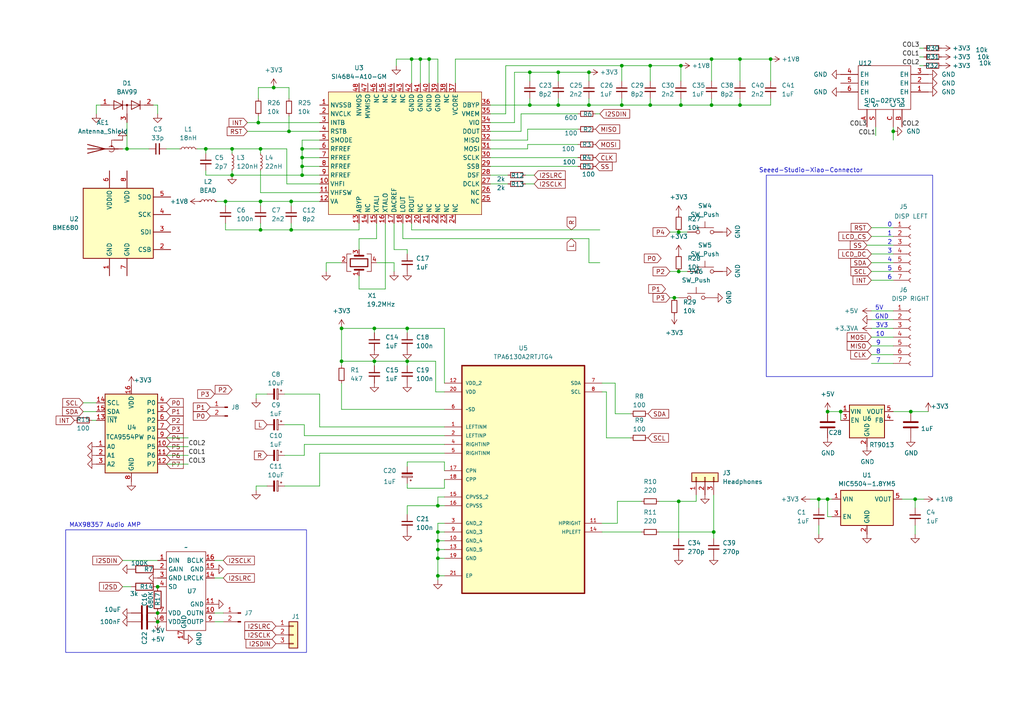
<source format=kicad_sch>
(kicad_sch (version 20250114) (generator "eeschema") (generator_version "9.0")
  (paper "A4")
  (title_block (title "SI4684 DAB ontvanger") (date "2024-03-11") (rev "1") (company "PE5PVB"))
  (lib_symbols
    (symbol "Connector:Conn_01x02_Pin" (pin_names (offset 1.016) (hide yes))
      (property "Reference" "J" (at 0 2.54 0))
      (property "Value" "Conn_01x02_Pin" (at 0 -5.08 0))
      (symbol "Conn_01x02_Pin_1_1"
        (pin passive line (at 5.08 0 180) (length 3.81) (name "Pin_1") (number "1"))
        (pin passive line (at 5.08 -2.54 180) (length 3.81) (name "Pin_2") (number "2"))
      )
    )
    (symbol "Connector:Conn_01x07_Socket" (pin_names (offset 1.016) (hide yes))
      (property "Reference" "J" (at 0 10.16 0))
      (property "Value" "Conn_01x07_Socket" (at 0 -10.16 0))
      (symbol "Conn_01x07_Socket_1_1"
        (pin passive line (at -5.08 7.62 0) (length 3.81) (name "Pin_1") (number "1"))
        (pin passive line (at -5.08 5.08 0) (length 3.81) (name "Pin_2") (number "2"))
        (pin passive line (at -5.08 2.54 0) (length 3.81) (name "Pin_3") (number "3"))
        (pin passive line (at -5.08 0 0) (length 3.81) (name "Pin_4") (number "4"))
        (pin passive line (at -5.08 -2.54 0) (length 3.81) (name "Pin_5") (number "5"))
        (pin passive line (at -5.08 -5.08 0) (length 3.81) (name "Pin_6") (number "6"))
        (pin passive line (at -5.08 -7.62 0) (length 3.81) (name "Pin_7") (number "7"))
      )
    )
    (symbol "Connector_Generic:Conn_01x03" (pin_names (offset 1.016) (hide yes))
      (property "Reference" "J" (at 0 5.08 0))
      (property "Value" "Conn_01x03" (at 0 -5.08 0))
      (symbol "Conn_01x03_1_1"
        (pin passive line (at -5.08 2.54 0) (length 3.81) (name "Pin_1") (number "1"))
        (pin passive line (at -5.08 0 0) (length 3.81) (name "Pin_2") (number "2"))
        (pin passive line (at -5.08 -2.54 0) (length 3.81) (name "Pin_3") (number "3"))
      )
    )
    (symbol "Device:Antenna_Shield" (pin_numbers (hide yes)) (pin_names (offset 1.016) (hide yes))
      (property "Reference" "AE" (at -1.905 4.445 0))
      (property "Value" "Antenna_Shield" (at -1.905 2.54 0))
      (symbol "Antenna_Shield_1_1"
        (pin input line (at 0 -5.08 90) (length 2.54) (name "A") (number "1"))
        (pin input line (at 2.54 -5.08 90) (length 2.54) (name "Shield") (number "2"))
      )
    )
    (symbol "Device:C" (pin_numbers (hide yes)) (pin_names (offset 0.254))
      (property "Reference" "C" (at 0.635 2.54 0))
      (property "Value" "C" (at 0.635 -2.54 0))
      (symbol "C_1_1"
        (pin passive line (at 0 3.81 270) (length 2.794) (name "~") (number "1"))
        (pin passive line (at 0 -3.81 90) (length 2.794) (name "~") (number "2"))
      )
    )
    (symbol "Device:C_Polarized_Small" (pin_numbers (hide yes)) (pin_names (offset 0.254) (hide yes))
      (property "Reference" "C" (at 0.254 1.778 0))
      (property "Value" "C_Polarized_Small" (at 0.254 -2.032 0))
      (symbol "C_Polarized_Small_1_1"
        (pin passive line (at 0 2.54 270) (length 1.8542) (name "~") (number "1"))
        (pin passive line (at 0 -2.54 90) (length 1.8542) (name "~") (number "2"))
      )
    )
    (symbol "Device:C_Small" (pin_numbers (hide yes)) (pin_names (offset 0.254) (hide yes))
      (property "Reference" "C" (at 0.254 1.778 0))
      (property "Value" "C_Small" (at 0.254 -2.032 0))
      (symbol "C_Small_1_1"
        (pin passive line (at 0 2.54 270) (length 2.032) (name "~") (number "1"))
        (pin passive line (at 0 -2.54 90) (length 2.032) (name "~") (number "2"))
      )
    )
    (symbol "Device:Crystal_GND24" (pin_names (offset 1.016) (hide yes))
      (property "Reference" "Y" (at 3.175 5.08 0))
      (property "Value" "Crystal_GND24" (at 3.175 3.175 0))
      (symbol "Crystal_GND24_1_1"
        (pin passive line (at -3.81 0 0) (length 1.27) (name "1") (number "1"))
        (pin passive line (at 0 5.08 270) (length 1.27) (name "2") (number "2"))
        (pin passive line (at 0 -5.08 90) (length 1.27) (name "4") (number "4"))
        (pin passive line (at 3.81 0 180) (length 1.27) (name "3") (number "3"))
      )
    )
    (symbol "Device:L_Small" (pin_numbers (hide yes)) (pin_names (offset 0.254) (hide yes))
      (property "Reference" "L" (at 0.762 1.016 0))
      (property "Value" "L_Small" (at 0.762 -1.016 0))
      (symbol "L_Small_1_1"
        (pin passive line (at 0 2.54 270) (length 0.508) (name "~") (number "1"))
        (pin passive line (at 0 -2.54 90) (length 0.508) (name "~") (number "2"))
      )
    )
    (symbol "Device:R" (pin_numbers (hide yes)) (pin_names (offset 0))
      (property "Reference" "R" (at 2.032 0 90))
      (property "Value" "R" (at 0 0 90))
      (symbol "R_1_1"
        (pin passive line (at 0 3.81 270) (length 1.27) (name "~") (number "1"))
        (pin passive line (at 0 -3.81 90) (length 1.27) (name "~") (number "2"))
      )
    )
    (symbol "Device:R_Small" (pin_numbers (hide yes)) (pin_names (offset 0.254) (hide yes))
      (property "Reference" "R" (at 0.762 0.508 0))
      (property "Value" "R_Small" (at 0.762 -1.016 0))
      (symbol "R_Small_1_1"
        (pin passive line (at 0 2.54 270) (length 0.762) (name "~") (number "1"))
        (pin passive line (at 0 -2.54 90) (length 0.762) (name "~") (number "2"))
      )
    )
    (symbol "Diode:BAV99" (pin_names (hide yes))
      (property "Reference" "D" (at 0 5.08 0))
      (property "Value" "BAV99" (at 0 2.54 0))
      (symbol "BAV99_1_1"
        (pin passive line (at -7.62 0 0) (length 2.54) (name "K") (number "1"))
        (pin passive line (at 0 -5.08 90) (length 2.54) (name "K") (number "3"))
        (pin passive line (at 7.62 0 180) (length 2.54) (name "A") (number "2"))
      )
    )
    (symbol "Interface_Expansion:TCA9554PW"
      (property "Reference" "U" (at -7.62 11.43 0))
      (property "Value" "TCA9554PW" (at 2.54 11.43 0))
      (symbol "TCA9554PW_1_1"
        (pin input line (at -10.16 7.62 0) (length 2.54) (name "SCL") (number "14"))
        (pin bidirectional line (at -10.16 5.08 0) (length 2.54) (name "SDA") (number "15"))
        (pin open_collector line (at -10.16 2.54 0) (length 2.54) (name "~{INT}") (number "13"))
        (pin input line (at -10.16 -5.08 0) (length 2.54) (name "A0") (number "1"))
        (pin input line (at -10.16 -7.62 0) (length 2.54) (name "A1") (number "2"))
        (pin input line (at -10.16 -10.16 0) (length 2.54) (name "A2") (number "3"))
        (pin power_in line (at 0 12.7 270) (length 2.54) (name "VDD") (number "16"))
        (pin power_in line (at 0 -15.24 90) (length 2.54) (name "GND") (number "8"))
        (pin bidirectional line (at 10.16 7.62 180) (length 2.54) (name "P0") (number "4"))
        (pin bidirectional line (at 10.16 5.08 180) (length 2.54) (name "P1") (number "5"))
        (pin bidirectional line (at 10.16 2.54 180) (length 2.54) (name "P2") (number "6"))
        (pin bidirectional line (at 10.16 0 180) (length 2.54) (name "P3") (number "7"))
        (pin bidirectional line (at 10.16 -2.54 180) (length 2.54) (name "P4") (number "9"))
        (pin bidirectional line (at 10.16 -5.08 180) (length 2.54) (name "P5") (number "10"))
        (pin bidirectional line (at 10.16 -7.62 180) (length 2.54) (name "P6") (number "11"))
        (pin bidirectional line (at 10.16 -10.16 180) (length 2.54) (name "P7") (number "12"))
      )
    )
    (symbol "MAX98357AETE+T:MAX98357A"
      (property "Reference" "U3" (at -3.175 2.54 0))
      (property "Value" "~" (at -3.175 0 0))
      (symbol "MAX98357A_1_1"
        (pin input line (at -11.43 -3.81 0) (length 2.54) (name "DIN") (number "1"))
        (pin input line (at -11.43 -6.35 0) (length 2.54) (name "GAIN") (number "2"))
        (pin power_in line (at -11.43 -8.89 0) (length 2.54) (name "GND") (number "3"))
        (pin bidirectional line (at -11.43 -11.43 0) (length 2.54) (name "SD") (number "4"))
        (pin bidirectional line (at -11.43 -13.97 0) (length 2.54) (hide yes) (name "N.C.") (number "5"))
        (pin bidirectional line (at -11.43 -16.51 0) (length 2.54) (hide yes) (name "N.C.") (number "6"))
        (pin power_in line (at -11.43 -19.05 0) (length 2.54) (name "VDD") (number "7"))
        (pin power_in line (at -11.43 -21.59 0) (length 2.54) (name "VDD") (number "8"))
        (pin power_in line (at -3.81 -26.67 90) (length 2.54) (name "GND") (number "17"))
        (pin input line (at 5.08 -3.81 180) (length 2.54) (name "BCLK") (number "16"))
        (pin power_in line (at 5.08 -6.35 180) (length 2.54) (name "GND") (number "15"))
        (pin input line (at 5.08 -8.89 180) (length 2.54) (name "LRCLK") (number "14"))
        (pin bidirectional line (at 5.08 -11.43 180) (length 2.54) (hide yes) (name "N.C.") (number "13"))
        (pin bidirectional line (at 5.08 -13.97 180) (length 2.54) (hide yes) (name "N.C.") (number "12"))
        (pin power_in line (at 5.08 -16.51 180) (length 2.54) (name "GND") (number "11"))
        (pin input line (at 5.08 -19.05 180) (length 2.54) (name "OUTN") (number "10"))
        (pin input line (at 5.08 -21.59 180) (length 2.54) (name "OUTP") (number "9"))
      )
    )
    (symbol "ProPrj_tes-easyedapro:SIQ-02FVS3"
      (property "Reference" "U" (at 0 0 0))
      (symbol "SIQ-02FVS3_1_0"
        (pin unspecified line (at -12.7 7.62 0) (length 5.08) (name "EH") (number "4"))
        (pin unspecified line (at -12.7 5.08 0) (length 5.08) (name "EH") (number "5"))
        (pin unspecified line (at -12.7 2.54 0) (length 5.08) (name "EH") (number "6"))
        (pin unspecified line (at -5.08 -7.62 90) (length 5.08) (name "A") (number "A"))
        (pin unspecified line (at -2.54 -7.62 90) (length 5.08) (name "S") (number "S"))
        (pin unspecified line (at 2.54 -7.62 90) (length 5.08) (name "C") (number "C"))
        (pin unspecified line (at 5.08 -7.62 90) (length 5.08) (name "B") (number "B"))
        (pin unspecified line (at 12.7 7.62 180) (length 5.08) (name "EH") (number "3"))
        (pin unspecified line (at 12.7 5.08 180) (length 5.08) (name "EH") (number "2"))
        (pin unspecified line (at 12.7 2.54 180) (length 5.08) (name "EH") (number "1"))
      )
    )
    (symbol "Regulator_Linear:MIC5504-1.8YM5"
      (property "Reference" "U" (at -7.62 8.89 0))
      (property "Value" "MIC5504-1.8YM5" (at -7.62 6.35 0))
      (symbol "MIC5504-1.8YM5_1_1"
        (pin power_in line (at -10.16 2.54 0) (length 2.54) (name "VIN") (number "1"))
        (pin input line (at -10.16 -2.54 0) (length 2.54) (name "EN") (number "3"))
        (pin power_in line (at 0 -7.62 90) (length 2.54) (name "GND") (number "2"))
        (pin no_connect line (at 7.62 -2.54 180) (length 2.54) (hide yes) (name "NC") (number "4"))
        (pin power_out line (at 10.16 2.54 180) (length 2.54) (name "VOUT") (number "5"))
      )
    )
    (symbol "Regulator_Linear:TPS72201" (pin_names (offset 0.254))
      (property "Reference" "U" (at -3.81 5.715 0))
      (property "Value" "TPS72201" (at 0 5.715 0))
      (symbol "TPS72201_1_1"
        (pin power_in line (at -7.62 2.54 0) (length 2.54) (name "VIN") (number "1"))
        (pin input line (at -7.62 0 0) (length 2.54) (name "EN") (number "3"))
        (pin power_in line (at 0 -7.62 90) (length 2.54) (name "GND") (number "2"))
        (pin power_out line (at 7.62 2.54 180) (length 2.54) (name "VOUT") (number "5"))
        (pin input line (at 7.62 0 180) (length 2.54) (name "FB") (number "4"))
      )
    )
    (symbol "Sensor:BME680"
      (property "Reference" "U" (at -8.89 11.43 0))
      (property "Value" "BME680" (at 7.62 11.43 0))
      (symbol "BME680_1_1"
        (pin power_in line (at -2.54 15.24 270) (length 5.08) (name "VDDIO") (number "6"))
        (pin power_in line (at -2.54 -15.24 90) (length 5.08) (name "GND") (number "1"))
        (pin power_in line (at 2.54 15.24 270) (length 5.08) (name "VDD") (number "8"))
        (pin power_in line (at 2.54 -15.24 90) (length 5.08) (name "GND") (number "7"))
        (pin bidirectional line (at 15.24 7.62 180) (length 5.08) (name "SDO") (number "5"))
        (pin input line (at 15.24 2.54 180) (length 5.08) (name "SCK") (number "4"))
        (pin bidirectional line (at 15.24 -2.54 180) (length 5.08) (name "SDI") (number "3"))
        (pin input line (at 15.24 -7.62 180) (length 5.08) (name "CSB") (number "2"))
      )
    )
    (symbol "Switch:SW_Push" (pin_numbers (hide yes)) (pin_names (offset 1.016) (hide yes))
      (property "Reference" "SW" (at 1.27 2.54 0))
      (property "Value" "SW_Push" (at 0 -1.524 0))
      (symbol "SW_Push_0_1"
        (pin passive line (at -5.08 0 0) (length 2.54) (name "1") (number "1"))
        (pin passive line (at 5.08 0 180) (length 2.54) (name "2") (number "2"))
      )
    )
    (symbol "Symbols:SI4684"
      (property "Reference" "U" (at 17.78 -21.59 0))
      (property "Value" "SI4684" (at -17.78 17.78 0))
      (symbol "SI4684_1_1"
        (pin input line (at -24.13 12.7 0) (length 2.54) (name "NVSSB") (number "1"))
        (pin input line (at -24.13 10.16 0) (length 2.54) (name "NVCLK") (number "2"))
        (pin input line (at -24.13 7.62 0) (length 2.54) (name "INTB") (number "3"))
        (pin input line (at -24.13 5.08 0) (length 2.54) (name "RSTB") (number "4"))
        (pin input line (at -24.13 2.54 0) (length 2.54) (name "SMODE") (number "5"))
        (pin input line (at -24.13 0 0) (length 2.54) (name "RFREF") (number "6"))
        (pin input line (at -24.13 -2.54 0) (length 2.54) (name "RFREF") (number "7"))
        (pin input line (at -24.13 -5.08 0) (length 2.54) (name "RFREF") (number "8"))
        (pin input line (at -24.13 -7.62 0) (length 2.54) (name "RFREF") (number "9"))
        (pin input line (at -24.13 -10.16 0) (length 2.54) (name "VHFI") (number "10"))
        (pin input line (at -24.13 -12.7 0) (length 2.54) (name "VHFSW") (number "11"))
        (pin input line (at -24.13 -15.24 0) (length 2.54) (name "VA") (number "12"))
        (pin input line (at -12.7 19.05 270) (length 2.54) (name "NVMOS") (number "48"))
        (pin input line (at -12.7 -21.59 90) (length 2.54) (name "ABYP") (number "13"))
        (pin input line (at -10.16 19.05 270) (length 2.54) (name "MVMISO") (number "47"))
        (pin input line (at -10.16 -21.59 90) (length 2.54) (name "NC") (number "14"))
        (pin input line (at -7.62 19.05 270) (length 2.54) (name "NC") (number "46"))
        (pin input line (at -7.62 -21.59 90) (length 2.54) (name "XTALI") (number "15"))
        (pin input line (at -5.08 19.05 270) (length 2.54) (name "NC") (number "45"))
        (pin input line (at -5.08 -21.59 90) (length 2.54) (name "XTALO") (number "16"))
        (pin input line (at -2.54 19.05 270) (length 2.54) (name "NC") (number "44"))
        (pin input line (at -2.54 -21.59 90) (length 2.54) (name "DACREF") (number "17"))
        (pin input line (at 0 19.05 270) (length 2.54) (name "NC") (number "43"))
        (pin input line (at 0 -21.59 90) (length 2.54) (name "LOUT") (number "18"))
        (pin input line (at 2.54 19.05 270) (length 2.54) (name "GNDD") (number "42"))
        (pin input line (at 2.54 19.05 270) (length 2.54) (hide yes) (name "GND") (number "49"))
        (pin input line (at 2.54 -21.59 90) (length 2.54) (name "ROUT") (number "19"))
        (pin input line (at 5.08 19.05 270) (length 2.54) (name "GNDD") (number "41"))
        (pin input line (at 5.08 -21.59 90) (length 2.54) (name "NC") (number "20"))
        (pin input line (at 7.62 19.05 270) (length 2.54) (name "GNDD") (number "40"))
        (pin input line (at 7.62 -21.59 90) (length 2.54) (name "NC") (number "21"))
        (pin input line (at 10.16 19.05 270) (length 2.54) (name "GNDD") (number "39"))
        (pin input line (at 10.16 -21.59 90) (length 2.54) (name "NC") (number "22"))
        (pin input line (at 12.7 19.05 270) (length 2.54) (name "NC") (number "38"))
        (pin input line (at 12.7 -21.59 90) (length 2.54) (name "NC") (number "23"))
        (pin input line (at 15.24 19.05 270) (length 2.54) (name "VCORE") (number "37"))
        (pin input line (at 15.24 -21.59 90) (length 2.54) (name "NC") (number "24"))
        (pin input line (at 25.4 12.7 180) (length 2.54) (name "DBYP") (number "36"))
        (pin input line (at 25.4 10.16 180) (length 2.54) (name "VMEM") (number "35"))
        (pin input line (at 25.4 7.62 180) (length 2.54) (name "VIO") (number "34"))
        (pin input line (at 25.4 5.08 180) (length 2.54) (name "DOUT") (number "33"))
        (pin input line (at 25.4 2.54 180) (length 2.54) (name "MISO") (number "32"))
        (pin input line (at 25.4 0 180) (length 2.54) (name "MOSI") (number "31"))
        (pin input line (at 25.4 -2.54 180) (length 2.54) (name "SCLK") (number "30"))
        (pin input line (at 25.4 -5.08 180) (length 2.54) (name "SSB") (number "29"))
        (pin input line (at 25.4 -7.62 180) (length 2.54) (name "DSF") (number "28"))
        (pin input line (at 25.4 -10.16 180) (length 2.54) (name "DCLK") (number "27"))
        (pin input line (at 25.4 -12.7 180) (length 2.54) (name "NC") (number "26"))
        (pin input line (at 25.4 -15.24 180) (length 2.54) (name "NC") (number "25"))
      )
    )
    (symbol "power:+1V8" (power) (pin_names (offset 0))
      (property "Value" "+1V8" (at 0 3.556 0))
      (symbol "+1V8_1_1"
        (pin power_in line (at 0 0 90) (length 0) (hide yes) (name "+1V8") (number "1"))
      )
    )
    (symbol "power:+3.3VA" (power) (pin_numbers (hide yes)) (pin_names (offset 0) (hide yes))
      (property "Value" "+3.3VA" (at 0 3.556 0))
      (symbol "+3.3VA_1_1"
        (pin power_in line (at 0 0 90) (length 0) (name "~") (number "1"))
      )
    )
    (symbol "power:+3V3" (power) (pin_names (offset 0))
      (property "Value" "+3V3" (at 0 3.556 0))
      (symbol "+3V3_1_1"
        (pin power_in line (at 0 0 90) (length 0) (hide yes) (name "+3V3") (number "1"))
      )
    )
    (symbol "power:+5V" (power) (pin_names (offset 0))
      (property "Value" "+5V" (at 0 3.556 0))
      (symbol "+5V_1_1"
        (pin power_in line (at 0 0 90) (length 0) (hide yes) (name "+5V") (number "1"))
      )
    )
    (symbol "power:GND" (power) (pin_names (offset 0))
      (property "Value" "GND" (at 0 -3.81 0))
      (symbol "GND_1_1"
        (pin power_in line (at 0 0 270) (length 0) (hide yes) (name "GND") (number "1"))
      )
    )
    (symbol "si4684:TPA6130A2RTJTG4" (pin_names (offset 1.016))
      (property "Reference" "U2" (at 0 35.56 0))
      (property "Value" "TPA6130A2RTJTG4" (at 0 33.02 0))
      (symbol "TPA6130A2RTJTG4_0_0"
        (pin power_in line (at -22.86 25.4 0) (length 5.08) (name "VDD_2") (number "12"))
        (pin power_in line (at -22.86 22.86 0) (length 5.08) (name "VDD") (number "20"))
        (pin input line (at -22.86 17.78 0) (length 5.08) (name "~SD") (number "6"))
        (pin input line (at -22.86 12.7 0) (length 5.08) (name "LEFTINM") (number "1"))
        (pin input line (at -22.86 10.16 0) (length 5.08) (name "LEFTINP") (number "2"))
        (pin input line (at -22.86 7.62 0) (length 5.08) (name "RIGHTINP") (number "4"))
        (pin input line (at -22.86 5.08 0) (length 5.08) (name "RIGHTINM") (number "5"))
        (pin power_in line (at -22.86 0 0) (length 5.08) (name "CPN") (number "17"))
        (pin power_in line (at -22.86 -2.54 0) (length 5.08) (name "CPP") (number "18"))
        (pin power_in line (at -22.86 -7.62 0) (length 5.08) (name "CPVSS_2") (number "15"))
        (pin power_in line (at -22.86 -10.16 0) (length 5.08) (name "CPVSS") (number "16"))
        (pin passive line (at -22.86 -15.24 0) (length 5.08) (name "GND_2") (number "3"))
        (pin passive line (at -22.86 -17.78 0) (length 5.08) (name "GND_3") (number "9"))
        (pin passive line (at -22.86 -20.32 0) (length 5.08) (name "GND_4") (number "10"))
        (pin passive line (at -22.86 -22.86 0) (length 5.08) (name "GND_5") (number "13"))
        (pin passive line (at -22.86 -25.4 0) (length 5.08) (name "GND") (number "19"))
        (pin passive line (at -22.86 -30.48 0) (length 5.08) (name "EP") (number "21"))
        (pin bidirectional line (at 22.86 25.4 180) (length 5.08) (name "SDA") (number "7"))
        (pin input line (at 22.86 22.86 180) (length 5.08) (name "SCL") (number "8"))
        (pin output line (at 22.86 -15.24 180) (length 5.08) (name "HPRIGHT") (number "11"))
        (pin output line (at 22.86 -17.78 180) (length 5.08) (name "HPLEFT") (number "14"))
      )
    )
  )
  (rectangle (start 222.25 50.8) (end 270.51 109.22))
  (rectangle (start 19.05 153.67) (end 88.9 189.23))
  (text "1" (at 258.064 67.818 0) (effects (font (size 1.27 1.27))))
  (text "0" (at 258.064 65.278 0) (effects (font (size 1.27 1.27))))
  (text "MAX98357 Audio AMP" (at 30.48 152.4 0) (effects (font (size 1.27 1.27))))
  (text "3V3" (at 255.778 94.488 0) (effects (font (size 1.27 1.27))))
  (text "5V" (at 255.016 89.408 0) (effects (font (size 1.27 1.27))))
  (text "2" (at 258.064 70.358 0) (effects (font (size 1.27 1.27))))
  (text "10" (at 255.27 97.028 0) (effects (font (size 1.27 1.27))))
  (text "4" (at 258.064 75.438 0) (effects (font (size 1.27 1.27))))
  (text "Seeed-Studio-Xiao-Connector" (at 235.204 49.53 0) (effects (font (size 1.27 1.27))))
  (text "7" (at 254.762 104.648 0) (effects (font (size 1.27 1.27))))
  (text "3" (at 258.064 72.898 0) (effects (font (size 1.27 1.27))))
  (text "9" (at 254.762 99.568 0) (effects (font (size 1.27 1.27))))
  (text "6" (at 258.064 80.518 0) (effects (font (size 1.27 1.27))))
  (text "8" (at 254.762 102.108 0) (effects (font (size 1.27 1.27))))
  (text "GND" (at 255.778 91.948 0) (effects (font (size 1.27 1.27))))
  (text "5" (at 258.064 77.978 0) (effects (font (size 1.27 1.27))))
  (junction (at 206.375 30.48))
  (junction (at 170.815 20.955))
  (junction (at 119.38 17.145))
  (junction (at 195.58 86.36))
  (junction (at 59.69 43.18))
  (junction (at 170.815 30.48))
  (junction (at 124.46 17.145))
  (junction (at 153.67 20.955))
  (junction (at 153.67 30.48))
  (junction (at 161.925 30.48))
  (junction (at 243.84 119.38))
  (junction (at 127 156.845))
  (junction (at 108.585 95.25))
  (junction (at 65.405 58.42))
  (junction (at 84.455 58.42))
  (junction (at 196.85 145.415))
  (junction (at 180.34 30.48))
  (junction (at 67.31 50.8))
  (junction (at 206.375 17.145))
  (junction (at 265.43 144.78))
  (junction (at 118.11 104.775))
  (junction (at 87.63 48.26))
  (junction (at 45.72 180.34))
  (junction (at 214.63 30.48))
  (junction (at 118.11 95.25))
  (junction (at 188.595 19.05))
  (junction (at 87.63 50.8))
  (junction (at 180.34 19.05))
  (junction (at 127 159.385))
  (junction (at 75.565 58.42))
  (junction (at 75.565 43.18))
  (junction (at 188.595 30.48))
  (junction (at 197.485 30.48))
  (junction (at 240.03 119.38))
  (junction (at 264.16 119.38))
  (junction (at 83.82 38.1))
  (junction (at 237.49 144.78))
  (junction (at 161.925 20.955))
  (junction (at 240.03 144.78))
  (junction (at 45.72 170.18))
  (junction (at 99.06 95.25))
  (junction (at 127 167.005))
  (junction (at 196.85 67.31))
  (junction (at 259.08 38.1))
  (junction (at 121.92 17.145))
  (junction (at 223.52 17.145))
  (junction (at 45.72 177.8))
  (junction (at 99.06 104.775))
  (junction (at 127 146.685))
  (junction (at 84.455 66.675))
  (junction (at 74.93 35.56))
  (junction (at 87.63 45.72))
  (junction (at 127 154.305))
  (junction (at 75.565 66.675))
  (junction (at 196.85 78.74))
  (junction (at 87.63 43.18))
  (junction (at 127 161.925))
  (junction (at 108.585 104.775))
  (junction (at 214.63 17.145))
  (junction (at 79.375 25.4))
  (junction (at 67.31 43.18))
  (junction (at 207.01 154.305))
  (junction (at 36.83 43.18))
  (junction (at 197.485 19.05))
  (wire (pts (xy 118.11 133.985) (xy 118.11 135.255)))
  (wire (pts (xy 252.73 66.04) (xy 259.08 66.04)))
  (wire (pts (xy 92.71 123.825) (xy 92.71 114.3)))
  (wire (pts (xy 92.71 55.88) (xy 75.565 55.88)))
  (wire (pts (xy 174.625 111.125) (xy 178.435 111.125)))
  (wire (pts (xy 206.375 30.48) (xy 214.63 30.48)))
  (wire (pts (xy 196.85 78.74) (xy 199.39 78.74)))
  (wire (pts (xy 48.26 127) (xy 54.61 127)))
  (wire (pts (xy 153.67 30.48) (xy 161.925 30.48)))
  (wire (pts (xy 142.24 48.26) (xy 167.64 48.26)))
  (wire (pts (xy 197.485 19.05) (xy 197.485 23.495)))
  (wire (pts (xy 111.76 83.82) (xy 111.76 64.77)))
  (wire (pts (xy 104.14 80.01) (xy 104.14 83.82)))
  (wire (pts (xy 153.035 40.64) (xy 153.035 37.465)))
  (wire (pts (xy 36.83 43.18) (xy 43.18 43.18)))
  (wire (pts (xy 99.06 76.2) (xy 94.615 76.2)))
  (wire (pts (xy 79.375 25.4) (xy 83.82 25.4)))
  (wire (pts (xy 259.08 119.38) (xy 264.16 119.38)))
  (wire (pts (xy 214.63 17.145) (xy 223.52 17.145)))
  (wire (pts (xy 142.24 33.02) (xy 146.685 33.02)))
  (wire (pts (xy 142.24 30.48) (xy 153.67 30.48)))
  (wire (pts (xy 109.22 69.215) (xy 104.14 69.215)))
  (wire (pts (xy 119.38 24.13) (xy 119.38 17.145)))
  (wire (pts (xy 57.15 43.18) (xy 59.69 43.18)))
  (wire (pts (xy 179.07 145.415) (xy 179.07 151.765)))
  (wire (pts (xy 214.63 30.48) (xy 214.63 28.575)))
  (wire (pts (xy 240.03 144.78) (xy 241.3 144.78)))
  (wire (pts (xy 88.265 128.905) (xy 128.905 128.905)))
  (wire (pts (xy 71.755 38.1) (xy 83.82 38.1)))
  (wire (pts (xy 174.625 113.665) (xy 175.895 113.665)))
  (wire (pts (xy 142.24 53.34) (xy 147.32 53.34)))
  (wire (pts (xy 83.185 53.34) (xy 83.185 43.18)))
  (wire (pts (xy 118.11 95.25) (xy 118.11 96.52)))
  (wire (pts (xy 152.4 50.8) (xy 154.94 50.8)))
  (wire (pts (xy 118.11 95.25) (xy 128.905 95.25)))
  (wire (pts (xy 201.93 145.415) (xy 201.93 143.51)))
  (wire (pts (xy 214.63 17.145) (xy 214.63 23.495)))
  (wire (pts (xy 254 36.83) (xy 254 39.37)))
  (wire (pts (xy 118.11 133.985) (xy 128.905 133.985)))
  (wire (pts (xy 99.06 95.25) (xy 99.06 104.775)))
  (wire (pts (xy 108.585 104.775) (xy 108.585 106.045)))
  (wire (pts (xy 127 151.765) (xy 127 154.305)))
  (wire (pts (xy 45.72 30.48) (xy 44.45 30.48)))
  (wire (pts (xy 153.67 30.48) (xy 153.67 28.575)))
  (wire (pts (xy 99.06 111.125) (xy 99.06 118.745)))
  (wire (pts (xy 240.03 119.38) (xy 243.84 119.38)))
  (wire (pts (xy 128.905 95.25) (xy 128.905 111.125)))
  (wire (pts (xy 75.565 66.675) (xy 75.565 64.77)))
  (wire (pts (xy 180.34 30.48) (xy 180.34 28.575)))
  (wire (pts (xy 88.265 132.08) (xy 82.55 132.08)))
  (wire (pts (xy 237.49 144.78) (xy 237.49 147.32)))
  (wire (pts (xy 118.11 141.605) (xy 118.11 140.335)))
  (wire (pts (xy 121.92 24.13) (xy 121.92 17.145)))
  (wire (pts (xy 259.08 36.83) (xy 259.08 38.1)))
  (wire (pts (xy 241.3 149.86) (xy 240.03 149.86)))
  (wire (pts (xy 104.14 66.675) (xy 104.14 64.77)))
  (wire (pts (xy 84.455 58.42) (xy 84.455 59.69)))
  (wire (pts (xy 118.11 141.605) (xy 128.905 141.605)))
  (wire (pts (xy 74.93 25.4) (xy 79.375 25.4)))
  (wire (pts (xy 35.56 170.18) (xy 38.1 170.18)))
  (wire (pts (xy 252.73 102.87) (xy 259.08 102.87)))
  (wire (pts (xy 259.08 38.1) (xy 259.08 40.64)))
  (wire (pts (xy 167.64 33.02) (xy 151.13 33.02)))
  (wire (pts (xy 67.31 43.18) (xy 67.31 44.45)))
  (wire (pts (xy 207.01 154.305) (xy 207.01 156.21)))
  (wire (pts (xy 191.135 145.415) (xy 196.85 145.415)))
  (wire (pts (xy 74.295 140.97) (xy 74.295 142.24)))
  (wire (pts (xy 153.035 37.465) (xy 167.64 37.465)))
  (wire (pts (xy 188.595 19.05) (xy 188.595 23.495)))
  (wire (pts (xy 170.815 69.215) (xy 170.815 76.2)))
  (wire (pts (xy 65.405 66.675) (xy 75.565 66.675)))
  (wire (pts (xy 92.71 114.3) (xy 82.55 114.3)))
  (wire (pts (xy 108.585 95.25) (xy 108.585 96.52)))
  (wire (pts (xy 62.23 167.64) (xy 64.77 167.64)))
  (wire (pts (xy 92.71 43.18) (xy 87.63 43.18)))
  (wire (pts (xy 153.67 20.955) (xy 161.925 20.955)))
  (wire (pts (xy 127 159.385) (xy 127 161.925)))
  (wire (pts (xy 178.435 111.125) (xy 178.435 120.015)))
  (wire (pts (xy 127 24.13) (xy 127 17.145)))
  (wire (pts (xy 252.73 73.66) (xy 259.08 73.66)))
  (wire (pts (xy 132.08 24.13) (xy 132.08 17.145)))
  (wire (pts (xy 108.585 104.775) (xy 99.06 104.775)))
  (wire (pts (xy 252.73 81.28) (xy 259.08 81.28)))
  (wire (pts (xy 127 156.845) (xy 128.905 156.845)))
  (wire (pts (xy 127 17.145) (xy 124.46 17.145)))
  (wire (pts (xy 124.46 24.13) (xy 124.46 17.145)))
  (wire (pts (xy 119.38 17.145) (xy 114.935 17.145)))
  (wire (pts (xy 27.94 30.48) (xy 29.21 30.48)))
  (wire (pts (xy 104.14 69.215) (xy 104.14 72.39)))
  (wire (pts (xy 194.31 67.31) (xy 196.85 67.31)))
  (wire (pts (xy 127 161.925) (xy 128.905 161.925)))
  (wire (pts (xy 24.13 119.38) (xy 27.94 119.38)))
  (wire (pts (xy 194.31 86.36) (xy 195.58 86.36)))
  (wire (pts (xy 264.16 119.38) (xy 269.24 119.38)))
  (wire (pts (xy 65.405 64.77) (xy 65.405 66.675)))
  (wire (pts (xy 196.85 67.31) (xy 199.39 67.31)))
  (wire (pts (xy 237.49 152.4) (xy 237.49 154.94)))
  (wire (pts (xy 142.24 43.18) (xy 153.035 43.18)))
  (wire (pts (xy 127 144.145) (xy 127 146.685)))
  (wire (pts (xy 48.26 129.54) (xy 54.61 129.54)))
  (wire (pts (xy 75.565 66.675) (xy 84.455 66.675)))
  (wire (pts (xy 88.265 123.19) (xy 82.55 123.19)))
  (wire (pts (xy 223.52 30.48) (xy 223.52 28.575)))
  (wire (pts (xy 75.565 43.18) (xy 75.565 44.45)))
  (wire (pts (xy 118.11 106.045) (xy 118.11 104.775)))
  (wire (pts (xy 67.31 43.18) (xy 59.69 43.18)))
  (wire (pts (xy 65.405 58.42) (xy 65.405 59.69)))
  (wire (pts (xy 128.905 146.685) (xy 127 146.685)))
  (wire (pts (xy 109.22 76.2) (xy 114.3 76.2)))
  (wire (pts (xy 84.455 58.42) (xy 75.565 58.42)))
  (wire (pts (xy 92.71 123.825) (xy 128.905 123.825)))
  (wire (pts (xy 206.375 17.145) (xy 206.375 23.495)))
  (wire (pts (xy 172.72 33.02) (xy 173.99 33.02)))
  (wire (pts (xy 170.815 20.955) (xy 170.815 23.495)))
  (wire (pts (xy 92.71 50.8) (xy 87.63 50.8)))
  (wire (pts (xy 62.23 177.8) (xy 64.77 177.8)))
  (wire (pts (xy 116.84 64.77) (xy 116.84 69.215)))
  (wire (pts (xy 128.905 141.605) (xy 128.905 139.065)))
  (wire (pts (xy 266.7 13.97) (xy 267.97 13.97)))
  (wire (pts (xy 48.26 132.08) (xy 54.61 132.08)))
  (wire (pts (xy 128.905 113.665) (xy 126.365 113.665)))
  (wire (pts (xy 149.225 35.56) (xy 149.225 20.955)))
  (wire (pts (xy 35.56 43.18) (xy 36.83 43.18)))
  (wire (pts (xy 126.365 113.665) (xy 126.365 104.775)))
  (wire (pts (xy 152.4 53.34) (xy 154.94 53.34)))
  (wire (pts (xy 88.265 128.905) (xy 88.265 132.08)))
  (wire (pts (xy 188.595 19.05) (xy 197.485 19.05)))
  (wire (pts (xy 252.73 95.25) (xy 259.08 95.25)))
  (wire (pts (xy 75.565 55.88) (xy 75.565 49.53)))
  (wire (pts (xy 92.71 58.42) (xy 84.455 58.42)))
  (wire (pts (xy 124.46 17.145) (xy 121.92 17.145)))
  (wire (pts (xy 84.455 66.675) (xy 84.455 64.77)))
  (wire (pts (xy 127 154.305) (xy 128.905 154.305)))
  (wire (pts (xy 188.595 30.48) (xy 188.595 28.575)))
  (wire (pts (xy 170.815 30.48) (xy 170.815 28.575)))
  (wire (pts (xy 153.035 41.91) (xy 167.64 41.91)))
  (wire (pts (xy 127 167.005) (xy 127 168.275)))
  (wire (pts (xy 197.485 30.48) (xy 197.485 28.575)))
  (wire (pts (xy 142.24 50.8) (xy 147.32 50.8)))
  (wire (pts (xy 118.11 73.66) (xy 118.11 72.39)))
  (wire (pts (xy 87.63 43.18) (xy 87.63 45.72)))
  (wire (pts (xy 196.85 145.415) (xy 196.85 156.21)))
  (wire (pts (xy 261.62 144.78) (xy 265.43 144.78)))
  (wire (pts (xy 180.34 30.48) (xy 188.595 30.48)))
  (wire (pts (xy 92.71 131.445) (xy 92.71 140.97)))
  (wire (pts (xy 92.71 140.97) (xy 82.55 140.97)))
  (wire (pts (xy 151.13 33.02) (xy 151.13 38.1)))
  (wire (pts (xy 194.31 78.74) (xy 196.85 78.74)))
  (wire (pts (xy 87.63 50.8) (xy 87.63 48.26)))
  (wire (pts (xy 252.73 78.74) (xy 259.08 78.74)))
  (wire (pts (xy 94.615 76.2) (xy 94.615 78.74)))
  (wire (pts (xy 142.24 35.56) (xy 149.225 35.56)))
  (wire (pts (xy 92.71 53.34) (xy 83.185 53.34)))
  (wire (pts (xy 149.225 20.955) (xy 153.67 20.955)))
  (wire (pts (xy 128.905 133.985) (xy 128.905 136.525)))
  (wire (pts (xy 118.11 146.685) (xy 118.11 149.225)))
  (wire (pts (xy 243.84 119.38) (xy 243.84 121.92)))
  (wire (pts (xy 121.92 17.145) (xy 119.38 17.145)))
  (wire (pts (xy 252.73 100.33) (xy 259.08 100.33)))
  (wire (pts (xy 252.73 92.71) (xy 259.08 92.71)))
  (wire (pts (xy 161.925 20.955) (xy 170.815 20.955)))
  (wire (pts (xy 59.69 49.53) (xy 59.69 50.8)))
  (wire (pts (xy 92.71 48.26) (xy 87.63 48.26)))
  (wire (pts (xy 128.905 144.145) (xy 127 144.145)))
  (wire (pts (xy 83.82 38.1) (xy 92.71 38.1)))
  (wire (pts (xy 99.06 104.775) (xy 99.06 106.045)))
  (wire (pts (xy 71.755 35.56) (xy 74.93 35.56)))
  (wire (pts (xy 74.93 33.655) (xy 74.93 35.56)))
  (wire (pts (xy 188.595 30.48) (xy 197.485 30.48)))
  (wire (pts (xy 180.34 19.05) (xy 180.34 23.495)))
  (wire (pts (xy 252.73 90.17) (xy 259.08 90.17)))
  (wire (pts (xy 266.7 19.05) (xy 267.97 19.05)))
  (wire (pts (xy 75.565 58.42) (xy 75.565 59.69)))
  (wire (pts (xy 62.865 58.42) (xy 65.405 58.42)))
  (wire (pts (xy 108.585 95.25) (xy 118.11 95.25)))
  (wire (pts (xy 48.26 134.62) (xy 54.61 134.62)))
  (wire (pts (xy 114.3 76.2) (xy 114.3 78.74)))
  (wire (pts (xy 87.63 48.26) (xy 87.63 45.72)))
  (wire (pts (xy 178.435 120.015) (xy 182.88 120.015)))
  (wire (pts (xy 175.895 113.665) (xy 175.895 127)))
  (wire (pts (xy 265.43 144.78) (xy 265.43 147.32)))
  (wire (pts (xy 214.63 30.48) (xy 223.52 30.48)))
  (wire (pts (xy 24.13 116.84) (xy 27.94 116.84)))
  (wire (pts (xy 252.73 97.79) (xy 259.08 97.79)))
  (wire (pts (xy 170.815 76.2) (xy 173.99 76.2)))
  (wire (pts (xy 48.26 43.18) (xy 52.07 43.18)))
  (wire (pts (xy 77.47 140.97) (xy 74.295 140.97)))
  (wire (pts (xy 92.71 131.445) (xy 128.905 131.445)))
  (wire (pts (xy 153.67 20.955) (xy 153.67 23.495)))
  (wire (pts (xy 84.455 66.675) (xy 104.14 66.675)))
  (wire (pts (xy 142.24 45.72) (xy 167.64 45.72)))
  (wire (pts (xy 75.565 43.18) (xy 67.31 43.18)))
  (wire (pts (xy 99.06 118.745) (xy 128.905 118.745)))
  (wire (pts (xy 240.03 144.78) (xy 240.03 149.86)))
  (wire (pts (xy 266.7 16.51) (xy 267.97 16.51)))
  (wire (pts (xy 161.925 30.48) (xy 161.925 28.575)))
  (wire (pts (xy 75.565 58.42) (xy 65.405 58.42)))
  (wire (pts (xy 206.375 30.48) (xy 206.375 28.575)))
  (wire (pts (xy 151.13 38.1) (xy 142.24 38.1)))
  (wire (pts (xy 197.485 30.48) (xy 206.375 30.48)))
  (wire (pts (xy 26.67 121.92) (xy 27.94 121.92)))
  (wire (pts (xy 179.07 145.415) (xy 186.055 145.415)))
  (wire (pts (xy 127 159.385) (xy 128.905 159.385)))
  (wire (pts (xy 74.93 35.56) (xy 92.71 35.56)))
  (wire (pts (xy 191.135 154.305) (xy 207.01 154.305)))
  (wire (pts (xy 104.14 83.82) (xy 111.76 83.82)))
  (wire (pts (xy 146.685 33.02) (xy 146.685 19.05)))
  (wire (pts (xy 74.93 25.4) (xy 74.93 28.575)))
  (wire (pts (xy 92.71 40.64) (xy 87.63 40.64)))
  (wire (pts (xy 180.34 19.05) (xy 188.595 19.05)))
  (wire (pts (xy 35.56 162.56) (xy 45.72 162.56)))
  (wire (pts (xy 265.43 144.78) (xy 267.97 144.78)))
  (wire (pts (xy 127 156.845) (xy 127 159.385)))
  (wire (pts (xy 59.69 50.8) (xy 67.31 50.8)))
  (wire (pts (xy 206.375 17.145) (xy 214.63 17.145)))
  (wire (pts (xy 114.3 64.77) (xy 114.3 72.39)))
  (wire (pts (xy 83.82 25.4) (xy 83.82 28.575)))
  (wire (pts (xy 252.73 68.58) (xy 259.08 68.58)))
  (wire (pts (xy 119.38 66.675) (xy 173.99 66.675)))
  (wire (pts (xy 83.185 43.18) (xy 75.565 43.18)))
  (wire (pts (xy 118.11 104.775) (xy 126.365 104.775)))
  (wire (pts (xy 87.63 45.72) (xy 92.71 45.72)))
  (wire (pts (xy 116.84 69.215) (xy 170.815 69.215)))
  (wire (pts (xy 146.685 19.05) (xy 180.34 19.05)))
  (wire (pts (xy 59.69 43.18) (xy 59.69 44.45)))
  (wire (pts (xy 161.925 30.48) (xy 170.815 30.48)))
  (wire (pts (xy 234.95 144.78) (xy 237.49 144.78)))
  (wire (pts (xy 174.625 154.305) (xy 186.055 154.305)))
  (wire (pts (xy 251.46 71.12) (xy 259.08 71.12)))
  (wire (pts (xy 62.23 180.34) (xy 64.77 180.34)))
  (wire (pts (xy 87.63 40.64) (xy 87.63 43.18)))
  (wire (pts (xy 252.73 76.2) (xy 259.08 76.2)))
  (wire (pts (xy 170.815 30.48) (xy 180.34 30.48)))
  (wire (pts (xy 74.295 114.3) (xy 74.295 115.57)))
  (wire (pts (xy 119.38 64.77) (xy 119.38 66.675)))
  (wire (pts (xy 87.63 50.8) (xy 67.31 50.8)))
  (wire (pts (xy 108.585 104.775) (xy 118.11 104.775)))
  (wire (pts (xy 88.265 126.365) (xy 128.905 126.365)))
  (wire (pts (xy 174.625 151.765) (xy 179.07 151.765)))
  (wire (pts (xy 45.72 33.02) (xy 45.72 30.48)))
  (wire (pts (xy 99.06 95.25) (xy 108.585 95.25)))
  (wire (pts (xy 132.08 17.145) (xy 206.375 17.145)))
  (wire (pts (xy 161.925 20.955) (xy 161.925 23.495)))
  (wire (pts (xy 127 161.925) (xy 127 167.005)))
  (wire (pts (xy 109.22 64.77) (xy 109.22 69.215)))
  (wire (pts (xy 153.035 41.91) (xy 153.035 43.18)))
  (wire (pts (xy 77.47 114.3) (xy 74.295 114.3)))
  (wire (pts (xy 127 167.005) (xy 128.905 167.005)))
  (wire (pts (xy 36.83 35.56) (xy 36.83 43.18)))
  (wire (pts (xy 88.265 126.365) (xy 88.265 123.19)))
  (wire (pts (xy 175.895 127) (xy 182.88 127)))
  (wire (pts (xy 83.82 33.655) (xy 83.82 38.1)))
  (wire (pts (xy 67.31 50.8) (xy 67.31 49.53)))
  (wire (pts (xy 223.52 17.145) (xy 223.52 23.495)))
  (wire (pts (xy 127 154.305) (xy 127 156.845)))
  (wire (pts (xy 128.905 151.765) (xy 127 151.765)))
  (wire (pts (xy 196.85 145.415) (xy 201.93 145.415)))
  (wire (pts (xy 62.23 162.56) (xy 64.77 162.56)))
  (wire (pts (xy 195.58 86.36) (xy 196.85 86.36)))
  (wire (pts (xy 27.94 33.02) (xy 27.94 30.48)))
  (wire (pts (xy 118.11 72.39) (xy 114.3 72.39)))
  (wire (pts (xy 265.43 152.4) (xy 265.43 154.94)))
  (wire (pts (xy 142.24 40.64) (xy 153.035 40.64)))
  (wire (pts (xy 237.49 144.78) (xy 240.03 144.78)))
  (wire (pts (xy 127 146.685) (xy 118.11 146.685)))
  (wire (pts (xy 114.935 17.145) (xy 114.935 19.05)))
  (wire (pts (xy 207.01 154.305) (xy 207.01 143.51)))
  (wire (pts (xy 252.73 105.41) (xy 259.08 105.41)))
  (label "COL3" (at 266.7 13.97 180))
  (label "COL1" (at 266.7 16.51 180))
  (label "COL2" (at 54.61 129.54 0))
  (label "COL1" (at 254 39.37 180))
  (label "COL2" (at 261.62 36.83 0))
  (label "COL1" (at 54.61 132.08 0))
  (label "COL3" (at 251.46 36.83 180))
  (label "COL2" (at 266.7 19.05 180))
  (label "COL3" (at 54.61 134.62 0))
  (global_label "I2SLRC" (shape input) (at 80.01 181.61 180) (property "Intersheetrefs" "${INTERSHEET_REFS}" (effects (hide yes))))
  (global_label "MISO" (shape input) (at 172.72 37.465 0) (property "Intersheetrefs" "${INTERSHEET_REFS}" (effects (hide yes))))
  (global_label "P1" (shape input) (at 60.96 118.11 180) (property "Intersheetrefs" "${INTERSHEET_REFS}" (effects (hide yes))))
  (global_label "SDA" (shape input) (at 24.13 119.38 180) (property "Intersheetrefs" "${INTERSHEET_REFS}" (effects (hide yes))))
  (global_label "INT" (shape input) (at 252.73 81.28 180) (property "Intersheetrefs" "${INTERSHEET_REFS}" (effects (hide yes))))
  (global_label "SDA" (shape input) (at 187.96 120.015 0) (property "Intersheetrefs" "${INTERSHEET_REFS}" (effects (hide yes))))
  (global_label "P0" (shape input) (at 48.26 116.84 0) (property "Intersheetrefs" "${INTERSHEET_REFS}" (effects (hide yes))))
  (global_label "P2" (shape input) (at 194.31 78.74 180) (property "Intersheetrefs" "${INTERSHEET_REFS}" (effects (hide yes))))
  (global_label "P7" (shape input) (at 48.26 134.62 0) (property "Intersheetrefs" "${INTERSHEET_REFS}" (effects (hide yes))))
  (global_label "SDA" (shape input) (at 252.73 76.2 180) (property "Intersheetrefs" "${INTERSHEET_REFS}" (effects (hide yes))))
  (global_label "CLK" (shape input) (at 252.73 102.87 180) (property "Intersheetrefs" "${INTERSHEET_REFS}" (effects (hide yes))))
  (global_label "P3" (shape input) (at 194.31 86.36 180) (property "Intersheetrefs" "${INTERSHEET_REFS}" (effects (hide yes))))
  (global_label "I2SDIN" (shape input) (at 80.01 186.69 180) (property "Intersheetrefs" "${INTERSHEET_REFS}" (effects (hide yes))))
  (global_label "P1" (shape input) (at 48.26 119.38 0) (property "Intersheetrefs" "${INTERSHEET_REFS}" (effects (hide yes))))
  (global_label "LCD_CS" (shape input) (at 252.73 68.58 180) (property "Intersheetrefs" "${INTERSHEET_REFS}" (effects (hide yes))))
  (global_label "SS" (shape input) (at 251.46 71.12 180) (property "Intersheetrefs" "${INTERSHEET_REFS}" (effects (hide yes))))
  (global_label "P1" (shape input) (at 193.04 83.82 180) (property "Intersheetrefs" "${INTERSHEET_REFS}" (effects (hide yes))))
  (global_label "I2SCLK" (shape input) (at 80.01 184.15 180) (property "Intersheetrefs" "${INTERSHEET_REFS}" (effects (hide yes))))
  (global_label "RST" (shape input) (at 71.755 38.1 180) (property "Intersheetrefs" "${INTERSHEET_REFS}" (effects (hide yes))))
  (global_label "P3" (shape input) (at 48.26 124.46 0) (property "Intersheetrefs" "${INTERSHEET_REFS}" (effects (hide yes))))
  (global_label "I2SDIN" (shape input) (at 35.56 162.56 180) (property "Intersheetrefs" "${INTERSHEET_REFS}" (effects (hide yes))))
  (global_label "I2SDIN" (shape input) (at 173.99 33.02 0) (property "Intersheetrefs" "${INTERSHEET_REFS}" (effects (hide yes))))
  (global_label "SCL" (shape input) (at 252.73 78.74 180) (property "Intersheetrefs" "${INTERSHEET_REFS}" (effects (hide yes))))
  (global_label "P0" (shape input) (at 191.77 74.93 180) (property "Intersheetrefs" "${INTERSHEET_REFS}" (effects (hide yes))))
  (global_label "SCL" (shape input) (at 24.13 116.84 180) (property "Intersheetrefs" "${INTERSHEET_REFS}" (effects (hide yes))))
  (global_label "I2SD" (shape input) (at 35.56 170.18 180) (property "Intersheetrefs" "${INTERSHEET_REFS}" (effects (hide yes))))
  (global_label "P4" (shape input) (at 48.26 127 0) (property "Intersheetrefs" "${INTERSHEET_REFS}" (effects (hide yes))))
  (global_label "RST" (shape input) (at 252.73 66.04 180) (property "Intersheetrefs" "${INTERSHEET_REFS}" (effects (hide yes))))
  (global_label "P4" (shape input) (at 194.31 67.31 180) (property "Intersheetrefs" "${INTERSHEET_REFS}" (effects (hide yes))))
  (global_label "I2SCLK" (shape input) (at 64.77 162.56 0) (property "Intersheetrefs" "${INTERSHEET_REFS}" (effects (hide yes))))
  (global_label "P6" (shape input) (at 48.26 132.08 0) (property "Intersheetrefs" "${INTERSHEET_REFS}" (effects (hide yes))))
  (global_label "SS" (shape input) (at 172.72 48.26 0) (property "Intersheetrefs" "${INTERSHEET_REFS}" (effects (hide yes))))
  (global_label "P3" (shape input) (at 62.23 114.3 180) (property "Intersheetrefs" "${INTERSHEET_REFS}" (effects (hide yes))))
  (global_label "P2" (shape input) (at 48.26 121.92 0) (property "Intersheetrefs" "${INTERSHEET_REFS}" (effects (hide yes))))
  (global_label "I2SLRC" (shape input) (at 154.94 50.8 0) (property "Intersheetrefs" "${INTERSHEET_REFS}" (effects (hide yes))))
  (global_label "R" (shape input) (at 77.47 132.08 180) (property "Intersheetrefs" "${INTERSHEET_REFS}" (effects (hide yes))))
  (global_label "INT" (shape input) (at 71.755 35.56 180) (property "Intersheetrefs" "${INTERSHEET_REFS}" (effects (hide yes))))
  (global_label "MOSI" (shape input) (at 172.72 41.91 0) (property "Intersheetrefs" "${INTERSHEET_REFS}" (effects (hide yes))))
  (global_label "I2SLRC" (shape input) (at 64.77 167.64 0) (property "Intersheetrefs" "${INTERSHEET_REFS}" (effects (hide yes))))
  (global_label "L" (shape input) (at 77.47 123.19 180) (property "Intersheetrefs" "${INTERSHEET_REFS}" (effects (hide yes))))
  (global_label "CLK" (shape input) (at 172.72 45.72 0) (property "Intersheetrefs" "${INTERSHEET_REFS}" (effects (hide yes))))
  (global_label "P0" (shape input) (at 60.96 120.65 180) (property "Intersheetrefs" "${INTERSHEET_REFS}" (effects (hide yes))))
  (global_label "LCD_DC" (shape input) (at 252.73 73.66 180) (property "Intersheetrefs" "${INTERSHEET_REFS}" (effects (hide yes))))
  (global_label "P2" (shape input) (at 67.31 113.03 180) (property "Intersheetrefs" "${INTERSHEET_REFS}" (effects (hide yes))))
  (global_label "SCL" (shape input) (at 187.96 127 0) (property "Intersheetrefs" "${INTERSHEET_REFS}" (effects (hide yes))))
  (global_label "P5" (shape input) (at 48.26 129.54 0) (property "Intersheetrefs" "${INTERSHEET_REFS}" (effects (hide yes))))
  (global_label "R" (shape input) (at 165.735 66.675 90) (property "Intersheetrefs" "${INTERSHEET_REFS}" (effects (hide yes))))
  (global_label "I2SCLK" (shape input) (at 154.94 53.34 0) (property "Intersheetrefs" "${INTERSHEET_REFS}" (effects (hide yes))))
  (global_label "MOSI" (shape input) (at 252.73 97.79 180) (property "Intersheetrefs" "${INTERSHEET_REFS}" (effects (hide yes))))
  (global_label "INT" (shape input) (at 21.59 121.92 180) (property "Intersheetrefs" "${INTERSHEET_REFS}" (effects (hide yes))))
  (global_label "MISO" (shape input) (at 252.73 100.33 180) (property "Intersheetrefs" "${INTERSHEET_REFS}" (effects (hide yes))))
  (global_label "L" (shape input) (at 165.735 69.215 270) (property "Intersheetrefs" "${INTERSHEET_REFS}" (effects (hide yes))))
  (symbol (lib_id "Connector:Conn_01x07_Socket") (at 264.16 73.66 0) (unit 1)
    (property "Reference" "J5" (at 260.858 59.944 0) (effects (justify left)))
    (property "Value" "DISP LEFT" (at 259.334 62.738 0) (effects (justify left)))
    (property "Footprint" "Connector_PinHeader_2.54mm:PinHeader_1x07_P2.54mm_Vertical" (effects (hide yes)))
    (property "Description" "Generic connector, single row, 01x07, script generated" (effects (hide yes)))
  )
  (symbol (lib_id "power:GND") (at 35.56 40.64 180) (unit 1)
    (property "Reference" "#PWR04" (effects (hide yes)))
    (property "Value" "GND" (effects (hide yes)))
  )
  (symbol (lib_id "Device:C_Small") (at 84.455 62.23 0) (unit 1)
    (property "Reference" "C12" (at 87.63 60.9663 0) (effects (justify left)))
    (property "Value" "8p2" (at 87.63 63.5063 0) (effects (justify left)))
    (property "Footprint" "Capacitor_SMD:C_0603_1608Metric" (effects (hide yes)))
  )
  (symbol (lib_id "si4684:TPA6130A2RTJTG4") (at 151.765 136.525 0) (unit 1)
    (property "Reference" "U5" (at 151.765 100.965 0))
    (property "Value" "TPA6130A2RTJTG4" (at 151.765 103.505 0))
    (property "Footprint" "Package_DFN_QFN:QFN-20-1EP_4x4mm_P0.5mm_EP2.7x2.7mm" (effects (hide yes)))
    (property "MPN" "TPA6130A2RTJTG4" (effects (hide yes)))
    (property "PACKAGE" "QFN-20" (effects (hide yes)))
    (property "SUPPLIER" "Texas Instruments" (effects (hide yes)))
    (property "OC_FARNELL" "1697156" (effects (hide yes)))
    (property "OC_NEWARK" "34M0132" (effects (hide yes)))
  )
  (symbol (lib_id "power:GND") (at 74.295 142.24 0) (unit 1)
    (property "Reference" "#PWR017" (effects (hide yes)))
    (property "Value" "GND" (effects (hide yes)))
  )
  (symbol (lib_id "Device:L_Small") (at 75.565 46.99 0) (unit 1)
    (property "Reference" "L4" (at 76.835 45.72 0) (effects (justify left)))
    (property "Value" "22nH" (at 76.835 48.26 0) (effects (justify left)))
    (property "Footprint" "Inductor_SMD:L_0603_1608Metric_Pad1.05x0.95mm_HandSolder" (effects (hide yes)))
  )
  (symbol (lib_id "power:+3V3") (at 273.05 13.97 270) (unit 1)
    (property "Reference" "#PWR040" (effects (hide yes)))
    (property "Value" "+3V3" (at 276.225 13.97 90) (effects (justify left)))
  )
  (symbol (lib_id "power:GND") (at 118.11 78.74 0) (unit 1)
    (property "Reference" "#PWR029" (effects (hide yes)))
    (property "Value" "GND" (effects (hide yes)))
  )
  (symbol (lib_id "Device:C_Small") (at 45.72 43.18 90) (unit 1)
    (property "Reference" "C3" (at 45.72 37.465 90))
    (property "Value" "33p" (at 45.72 40.005 90))
    (property "Footprint" "Capacitor_SMD:C_0603_1608Metric" (effects (hide yes)))
  )
  (symbol (lib_id "Interface_Expansion:TCA9554PW") (at 38.1 124.46 0) (unit 1)
    (property "Reference" "U4" (at 36.83 123.952 0) (effects (justify left)))
    (property "Value" "TCA9554PW" (at 30.734 126.746 0) (effects (justify left)))
    (property "Footprint" "Package_SO:TSSOP-16_4.4x5mm_P0.65mm" (effects (hide yes)))
    (property "Datasheet" "http://www.ti.com/lit/ds/symlink/tca9554.pdf" (effects (hide yes)))
    (property "Description" "8 Bit Port/Expander, I2C SMBUS, Interrupt output, TSSOP-16" (effects (hide yes)))
  )
  (symbol (lib_id "power:GND") (at 27.94 132.08 270) (unit 1)
    (property "Reference" "#PWR0112" (effects (hide yes)))
    (property "Value" "GND" (effects (hide yes)))
  )
  (symbol (lib_id "Device:C_Small") (at 214.63 26.035 0) (unit 1)
    (property "Reference" "C40" (at 217.805 24.7713 0) (effects (justify left)))
    (property "Value" "2n2" (at 217.805 27.3113 0) (effects (justify left)))
    (property "Footprint" "Capacitor_SMD:C_0603_1608Metric" (effects (hide yes)))
  )
  (symbol (lib_id "Device:R_Small") (at 24.13 121.92 90) (unit 1)
    (property "Reference" "R15" (at 24.13 121.666 90))
    (property "Value" "100" (at 24.13 124.206 90))
    (property "Footprint" "Resistor_SMD:R_0603_1608Metric" (effects (hide yes)))
  )
  (symbol (lib_id "Device:R") (at 41.91 165.1 90) (unit 1)
    (property "Reference" "R7" (at 44.45 165.1 90) (effects (justify left)))
    (property "Value" "100K" (at 43.053 163.322 90) (effects (justify left)))
    (property "Footprint" "Resistor_SMD:R_0805_2012Metric_Pad1.20x1.40mm_HandSolder" (effects (hide yes)))
    (property "Datasheet" "C149504" (effects (hide yes)))
  )
  (symbol (lib_id "Device:C") (at 240.03 123.19 180) (unit 1)
    (property "Reference" "C28" (at 240.284 125.476 0) (effects (justify right)))
    (property "Value" "1uF" (effects (hide yes)))
    (property "Footprint" "Capacitor_SMD:C_0805_2012Metric_Pad1.18x1.45mm_HandSolder" (effects (hide yes)))
  )
  (symbol (lib_id "Connector_Generic:Conn_01x03") (at 85.09 184.15 0) (unit 1)
    (property "Reference" "J1" (at 84.582 178.816 0) (effects (justify left)))
    (property "Value" "Conn_01x03" (effects (hide yes)))
    (property "Footprint" "Connector_PinHeader_2.54mm:PinHeader_1x03_P2.54mm_Vertical" (effects (hide yes)))
    (property "Description" "Generic connector, single row, 01x03, script generated (kicad-library-utils/schlib/autogen/connector/)" (effects (hide yes)))
  )
  (symbol (lib_id "Device:C_Small") (at 170.815 26.035 0) (unit 1)
    (property "Reference" "C26" (at 173.99 24.7713 0) (effects (justify left)))
    (property "Value" "1uF" (at 173.99 27.3113 0) (effects (justify left)))
    (property "Footprint" "Capacitor_SMD:C_0603_1608Metric" (effects (hide yes)))
  )
  (symbol (lib_id "Device:C_Polarized_Small") (at 80.01 140.97 270) (unit 1)
    (property "Reference" "C11" (at 80.01 135.255 90))
    (property "Value" "10uF" (at 80.01 137.795 90))
    (property "Footprint" "Capacitor_SMD:C_0805_2012Metric_Pad1.18x1.45mm_HandSolder" (effects (hide yes)))
  )
  (symbol (lib_id "power:GND") (at 207.01 161.29 0) (unit 1)
    (property "Reference" "#PWR048" (effects (hide yes)))
    (property "Value" "GND" (effects (hide yes)))
  )
  (symbol (lib_id "Device:R_Small") (at 196.85 64.77 0) (unit 1)
    (property "Reference" "R27" (at 199.39 63.5 0) (effects (justify left)))
    (property "Value" "10k" (at 199.39 66.04 0) (effects (justify left)))
    (property "Footprint" "Resistor_SMD:R_0805_2012Metric_Pad1.20x1.40mm_HandSolder" (effects (hide yes)))
  )
  (symbol (lib_id "power:+3.3VA") (at 252.73 95.25 90) (unit 1)
    (property "Reference" "#PWR041" (effects (hide yes)))
    (property "Value" "+3.3VA" (at 248.92 95.2499 90) (effects (justify left)))
    (property "Description" "Power symbol creates a global label with name \"+3.3VA\"" (effects (hide yes)))
  )
  (symbol (lib_id "power:GND") (at 118.11 111.125 0) (unit 1)
    (property "Reference" "#PWR031" (effects (hide yes)))
    (property "Value" "GND" (effects (hide yes)))
  )
  (symbol (lib_id "power:GND") (at 269.24 24.13 90) (unit 1)
    (property "Reference" "#PWR090" (effects (hide yes)))
    (property "Value" "GND" (at 273.05 24.1299 90) (effects (justify right)))
  )
  (symbol (lib_id "Switch:SW_Push") (at 201.93 86.36 0) (mirror y) (unit 1)
    (property "Reference" "SW6" (at 201.93 78.74 0))
    (property "Value" "SW_Push" (at 201.93 81.28 0))
    (property "Footprint" "tp4056:SW_SPST_CK_KMS2xxGP" (effects (hide yes)))
    (property "Datasheet" "https://de.aliexpress.com/item/32873390410.html?spm=a2g0o.order_list.order_list_main.19.55be5c5fZTEE2H&gatewayAdapt=glo2deu#nav-review" (effects (hide yes)))
  )
  (symbol (lib_id "power:GND") (at 27.94 129.54 270) (unit 1)
    (property "Reference" "#PWR0111" (effects (hide yes)))
    (property "Value" "GND" (effects (hide yes)))
  )
  (symbol (lib_id "power:+1V8") (at 57.785 58.42 90) (unit 1)
    (property "Reference" "#PWR012" (effects (hide yes)))
    (property "Value" "+1V8" (at 54.61 58.42 90) (effects (justify left)))
  )
  (symbol (lib_id "power:GND") (at 108.585 111.125 0) (unit 1)
    (property "Reference" "#PWR024" (effects (hide yes)))
    (property "Value" "GND" (effects (hide yes)))
  )
  (symbol (lib_id "Device:C_Small") (at 206.375 26.035 0) (unit 1)
    (property "Reference" "C38" (at 208.915 24.7713 0) (effects (justify left)))
    (property "Value" "8p2" (at 208.915 27.3113 0) (effects (justify left)))
    (property "Footprint" "Capacitor_SMD:C_0603_1608Metric" (effects (hide yes)))
  )
  (symbol (lib_id "power:GND") (at 38.1 180.34 270) (unit 1)
    (property "Reference" "#PWR067" (effects (hide yes)))
    (property "Value" "GND" (effects (hide yes)))
  )
  (symbol (lib_id "power:GND") (at 74.295 115.57 0) (unit 1)
    (property "Reference" "#PWR016" (effects (hide yes)))
    (property "Value" "GND" (effects (hide yes)))
  )
  (symbol (lib_id "Device:C_Small") (at 75.565 62.23 0) (unit 1)
    (property "Reference" "C7" (at 78.74 60.9663 0) (effects (justify left)))
    (property "Value" "2n2" (at 78.74 63.5063 0) (effects (justify left)))
    (property "Footprint" "Capacitor_SMD:C_0603_1608Metric" (effects (hide yes)))
  )
  (symbol (lib_id "Device:C_Small") (at 197.485 26.035 0) (unit 1)
    (property "Reference" "C35" (at 200.66 24.7713 0) (effects (justify left)))
    (property "Value" "1uF" (at 200.66 27.3113 0) (effects (justify left)))
    (property "Footprint" "Capacitor_SMD:C_0603_1608Metric" (effects (hide yes)))
  )
  (symbol (lib_id "power:GND") (at 67.31 50.8 0) (unit 1)
    (property "Reference" "#PWR014" (effects (hide yes)))
    (property "Value" "GND" (effects (hide yes)))
  )
  (symbol (lib_id "power:GND") (at 209.55 67.31 90) (unit 1)
    (property "Reference" "#PWR0114" (effects (hide yes)))
    (property "Value" "GND" (at 213.9442 67.183 0))
  )
  (symbol (lib_id "Device:R_Small") (at 170.18 48.26 90) (unit 1)
    (property "Reference" "R5" (at 170.18 48.26 90))
    (property "Value" "100" (at 170.688 50.546 90))
    (property "Footprint" "Resistor_SMD:R_0603_1608Metric" (effects (hide yes)))
  )
  (symbol (lib_id "power:GND") (at 251.46 129.54 0) (unit 1)
    (property "Reference" "#PWR045" (effects (hide yes)))
    (property "Value" "GND" (at 251.587 133.9342 0))
  )
  (symbol (lib_id "Device:C_Small") (at 118.11 99.06 0) (unit 1)
    (property "Reference" "C18" (at 120.65 97.7963 0) (effects (justify left)))
    (property "Value" "100n" (at 120.65 100.3363 0) (effects (justify left)))
    (property "Footprint" "Capacitor_SMD:C_0603_1608Metric" (effects (hide yes)))
  )
  (symbol (lib_id "power:+3V3") (at 273.05 16.51 270) (unit 1)
    (property "Reference" "#PWR042" (effects (hide yes)))
    (property "Value" "+3V3" (at 276.225 16.51 90) (effects (justify left)))
  )
  (symbol (lib_id "power:+1V8") (at 197.485 19.05 270) (unit 1)
    (property "Reference" "#PWR044" (effects (hide yes)))
    (property "Value" "+1V8" (at 200.66 19.05 90) (effects (justify left)))
  )
  (symbol (lib_id "power:GND") (at 27.94 134.62 270) (unit 1)
    (property "Reference" "#PWR0113" (effects (hide yes)))
    (property "Value" "GND" (effects (hide yes)))
  )
  (symbol (lib_id "power:GND") (at 207.01 86.36 90) (unit 1)
    (property "Reference" "#PWR0123" (effects (hide yes)))
    (property "Value" "GND" (at 211.4042 86.233 0))
  )
  (symbol (lib_id "Device:Crystal_GND24") (at 104.14 76.2 90) (unit 1)
    (property "Reference" "X1" (at 107.95 85.725 90))
    (property "Value" "19.2MHz" (at 110.49 88.265 90))
    (property "Footprint" "Crystal:Crystal_SMD_3225-4Pin_3.2x2.5mm" (effects (hide yes)))
  )
  (symbol (lib_id "power:GND") (at 38.1 165.1 270) (unit 1)
    (property "Reference" "#PWR065" (effects (hide yes)))
    (property "Value" "GND" (effects (hide yes)))
  )
  (symbol (lib_id "Connector:Conn_01x07_Socket") (at 264.16 97.79 0) (unit 1)
    (property "Reference" "J6" (at 260.858 84.074 0) (effects (justify left)))
    (property "Value" "DISP RIGHT" (at 258.572 86.614 0) (effects (justify left)))
    (property "Footprint" "Connector_PinHeader_2.54mm:PinHeader_1x07_P2.54mm_Vertical" (effects (hide yes)))
    (property "Description" "Generic connector, single row, 01x07, script generated" (effects (hide yes)))
  )
  (symbol (lib_id "Device:R_Small") (at 270.51 19.05 90) (unit 1)
    (property "Reference" "R32" (at 270.256 19.05 90))
    (property "Value" "10k" (at 285.75 18.288 90))
    (property "Footprint" "Resistor_SMD:R_0603_1608Metric_Pad0.98x0.95mm_HandSolder" (effects (hide yes)))
  )
  (symbol (lib_id "power:GND") (at 94.615 78.74 0) (unit 1)
    (property "Reference" "#PWR020" (effects (hide yes)))
    (property "Value" "GND" (effects (hide yes)))
  )
  (symbol (lib_id "power:GND") (at 118.11 101.6 0) (unit 1)
    (property "Reference" "#PWR030" (effects (hide yes)))
    (property "Value" "GND" (effects (hide yes)))
  )
  (symbol (lib_id "Device:R") (at 45.72 173.99 0) (unit 1)
    (property "Reference" "R17" (at 45.72 175.768 90) (effects (justify left)))
    (property "Value" "680K" (at 43.688 176.53 90) (effects (justify left)))
    (property "Footprint" "Resistor_SMD:R_0805_2012Metric_Pad1.20x1.40mm_HandSolder" (effects (hide yes)))
  )
  (symbol (lib_id "Sensor:BME680") (at 34.29 64.77 0) (unit 1)
    (property "Reference" "U2" (at 22.86 63.4999 0) (effects (justify right)))
    (property "Value" "BME680" (at 22.86 66.0399 0) (effects (justify right)))
    (property "Footprint" "Package_LGA:Bosch_LGA-8_3x3mm_P0.8mm_ClockwisePinNumbering" (effects (hide yes)))
    (property "Datasheet" "https://ae-bst.resource.bosch.com/media/_tech/media/datasheets/BST-BME680-DS001.pdf" (effects (hide yes)))
    (property "Description" "4-in-1 sensor, gas, humidity, pressure, temperature, I2C and SPI interface, 1.71-3.6V, LGA-8" (effects (hide yes)))
  )
  (symbol (lib_id "power:GND") (at 243.84 21.59 270) (unit 1)
    (property "Reference" "#PWR098" (effects (hide yes)))
    (property "Value" "GND" (at 240.03 21.5899 90) (effects (justify right)))
  )
  (symbol (lib_id "power:GND") (at 38.1 139.7 0) (unit 1)
    (property "Reference" "#PWR018" (effects (hide yes)))
    (property "Value" "GND" (effects (hide yes)))
  )
  (symbol (lib_id "Device:R_Small") (at 170.18 41.91 90) (unit 1)
    (property "Reference" "R3" (at 170.18 41.91 90))
    (property "Value" "100" (at 164.846 43.18 90))
    (property "Footprint" "Resistor_SMD:R_0603_1608Metric" (effects (hide yes)))
  )
  (symbol (lib_id "Device:R") (at 41.91 170.18 90) (unit 1)
    (property "Reference" "R14" (at 44.45 170.18 90) (effects (justify left)))
    (property "Value" "3k" (at 40.132 172.212 90) (effects (justify left)))
    (property "Footprint" "Resistor_SMD:R_0805_2012Metric_Pad1.20x1.40mm_HandSolder" (effects (hide yes)))
    (property "Description" "330k = L+R" (effects (hide yes)))
  )
  (symbol (lib_id "Device:C_Small") (at 180.34 26.035 0) (unit 1)
    (property "Reference" "C29" (at 182.88 24.7713 0) (effects (justify left)))
    (property "Value" "8p2" (at 182.88 27.3113 0) (effects (justify left)))
    (property "Footprint" "Capacitor_SMD:C_0603_1608Metric" (effects (hide yes)))
  )
  (symbol (lib_id "Device:C_Polarized_Small") (at 80.01 123.19 270) (unit 1)
    (property "Reference" "C9" (at 80.01 117.475 90))
    (property "Value" "1uF" (at 80.01 120.015 90))
    (property "Footprint" "Capacitor_SMD:C_0805_2012Metric_Pad1.18x1.45mm_HandSolder" (effects (hide yes)))
  )
  (symbol (lib_id "Device:C_Small") (at 118.11 108.585 0) (unit 1)
    (property "Reference" "C19" (at 120.65 107.3213 0) (effects (justify left)))
    (property "Value" "100n" (at 120.65 109.8613 0) (effects (justify left)))
    (property "Footprint" "Capacitor_SMD:C_0603_1608Metric" (effects (hide yes)))
  )
  (symbol (lib_id "power:+3V3") (at 273.05 19.05 270) (unit 1)
    (property "Reference" "#PWR053" (effects (hide yes)))
    (property "Value" "+3V3" (at 276.225 19.05 90) (effects (justify left)))
  )
  (symbol (lib_id "Device:C") (at 41.91 177.8 270) (unit 1)
    (property "Reference" "C16" (at 41.91 171.958 0) (effects (justify left)))
    (property "Value" "10uF" (at 30.226 176.784 90) (effects (justify left)))
    (property "Footprint" "Capacitor_SMD:C_0805_2012Metric_Pad1.18x1.45mm_HandSolder" (effects (hide yes)))
    (property "Datasheet" "C49678" (effects (hide yes)))
  )
  (symbol (lib_id "Device:R_Small") (at 170.18 37.465 90) (unit 1)
    (property "Reference" "R2" (at 170.434 37.592 90))
    (property "Value" "100" (at 165.608 38.608 90))
    (property "Footprint" "Resistor_SMD:R_0603_1608Metric" (effects (hide yes)))
  )
  (symbol (lib_id "Device:C_Small") (at 237.49 149.86 0) (unit 1)
    (property "Reference" "C1" (at 231.14 148.59 0) (effects (justify left)))
    (property "Value" "1uF" (at 231.14 151.13 0) (effects (justify left)))
    (property "Footprint" "Capacitor_SMD:C_0603_1608Metric" (effects (hide yes)))
  )
  (symbol (lib_id "power:GND") (at 108.585 101.6 0) (unit 1)
    (property "Reference" "#PWR023" (effects (hide yes)))
    (property "Value" "GND" (effects (hide yes)))
  )
  (symbol (lib_id "power:+3V3") (at 79.375 25.4 0) (unit 1)
    (property "Reference" "#PWR060" (effects (hide yes)))
    (property "Value" "+3V3" (at 79.375 20.32 0))
  )
  (symbol (lib_id "Device:C_Small") (at 108.585 108.585 0) (unit 1)
    (property "Reference" "C15" (at 111.76 107.3213 0) (effects (justify left)))
    (property "Value" "1uF" (at 111.76 109.8613 0) (effects (justify left)))
    (property "Footprint" "Capacitor_SMD:C_0603_1608Metric" (effects (hide yes)))
  )
  (symbol (lib_id "power:GND") (at 243.84 26.67 270) (unit 1)
    (property "Reference" "#PWR088" (effects (hide yes)))
    (property "Value" "GND" (at 240.03 26.6699 90) (effects (justify right)))
  )
  (symbol (lib_id "Device:Antenna_Shield") (at 30.48 43.18 90) (unit 1)
    (property "Reference" "AE1" (at 29.845 35.56 90))
    (property "Value" "Antenna_Shield" (at 29.845 38.1 90))
    (property "Footprint" "Connector_Coaxial:SMA_Samtec_SMA-J-P-H-ST-EM1_EdgeMount" (effects (hide yes)))
    (property "Description" "Antenna with extra pin for shielding" (effects (hide yes)))
  )
  (symbol (lib_id "power:GND") (at 269.24 26.67 90) (unit 1)
    (property "Reference" "#PWR091" (effects (hide yes)))
    (property "Value" "GND" (at 273.05 26.6699 90) (effects (justify right)))
  )
  (symbol (lib_id "Device:C_Polarized_Small") (at 80.01 114.3 270) (unit 1)
    (property "Reference" "C8" (at 80.01 108.585 90))
    (property "Value" "10uF" (at 80.01 111.125 90))
    (property "Footprint" "Capacitor_SMD:C_0805_2012Metric_Pad1.18x1.45mm_HandSolder" (effects (hide yes)))
  )
  (symbol (lib_id "Device:C_Polarized_Small") (at 80.01 132.08 270) (unit 1)
    (property "Reference" "C10" (at 80.01 126.365 90))
    (property "Value" "1uF" (at 80.01 128.905 90))
    (property "Footprint" "Capacitor_SMD:C_0805_2012Metric_Pad1.18x1.45mm_HandSolder" (effects (hide yes)))
  )
  (symbol (lib_id "power:+1V8") (at 267.97 144.78 270) (unit 1)
    (property "Reference" "#PWR013" (effects (hide yes)))
    (property "Value" "+1V8" (at 271.145 144.78 90) (effects (justify left)))
  )
  (symbol (lib_id "Regulator_Linear:TPS72201") (at 251.46 121.92 0) (unit 1)
    (property "Reference" "U6" (at 251.46 121.412 0))
    (property "Value" "RT9013" (at 255.778 129.032 0))
    (property "Footprint" "Package_TO_SOT_SMD:SOT-23-5" (effects (hide yes)))
    (property "Datasheet" "C19268157" (effects (hide yes)))
  )
  (symbol (lib_id "power:+3V3") (at 269.24 119.38 0) (unit 1)
    (property "Reference" "#PWR047" (effects (hide yes)))
    (property "Value" "+3V3" (at 272.542 117.856 0))
    (property "Description" "Power symbol creates a global label with name \"+3V3\"" (effects (hide yes)))
  )
  (symbol (lib_id "power:+3V3") (at 99.06 95.25 0) (unit 1)
    (property "Reference" "#PWR021" (effects (hide yes)))
    (property "Value" "+3V3" (at 99.06 90.17 0))
  )
  (symbol (lib_id "Device:C") (at 264.16 123.19 180) (unit 1)
    (property "Reference" "C31" (effects (hide yes)))
    (property "Value" "1uF" (at 267.081 124.333 0) (effects (justify right)))
    (property "Footprint" "Capacitor_SMD:C_0805_2012Metric_Pad1.18x1.45mm_HandSolder" (effects (hide yes)))
  )
  (symbol (lib_id "Device:R_Small") (at 188.595 145.415 90) (unit 1)
    (property "Reference" "R10" (at 188.595 139.7 90))
    (property "Value" "220" (at 188.595 142.24 90))
    (property "Footprint" "Resistor_SMD:R_0603_1608Metric" (effects (hide yes)))
  )
  (symbol (lib_id "power:GND") (at 264.16 127 0) (unit 1)
    (property "Reference" "#PWR051" (effects (hide yes)))
    (property "Value" "GND" (at 264.287 131.3942 0))
  )
  (symbol (lib_id "Device:C_Small") (at 118.11 151.765 0) (unit 1)
    (property "Reference" "C21" (at 120.65 150.5013 0) (effects (justify left)))
    (property "Value" "100n" (at 120.65 153.0413 0) (effects (justify left)))
    (property "Footprint" "Capacitor_SMD:C_0603_1608Metric" (effects (hide yes)))
  )
  (symbol (lib_id "power:GND") (at 269.24 21.59 90) (unit 1)
    (property "Reference" "#PWR099" (effects (hide yes)))
    (property "Value" "GND" (at 273.05 21.5899 90) (effects (justify right)))
  )
  (symbol (lib_id "Device:R_Small") (at 270.51 16.51 90) (unit 1)
    (property "Reference" "R31" (at 270.51 16.51 90))
    (property "Value" "10k" (at 285.242 16.51 90))
    (property "Footprint" "Resistor_SMD:R_0603_1608Metric_Pad0.98x0.95mm_HandSolder" (effects (hide yes)))
  )
  (symbol (lib_id "Device:C_Small") (at 59.69 46.99 0) (unit 1)
    (property "Reference" "C5" (at 62.23 45.7263 0) (effects (justify left)))
    (property "Value" "2p7" (at 62.23 48.2663 0) (effects (justify left)))
    (property "Footprint" "Capacitor_SMD:C_0603_1608Metric_Pad1.08x0.95mm_HandSolder" (effects (hide yes)))
  )
  (symbol (lib_id "Device:R_Small") (at 270.51 13.97 90) (unit 1)
    (property "Reference" "R30" (at 270.51 13.97 90))
    (property "Value" "10k" (at 284.734 14.478 90))
    (property "Footprint" "Resistor_SMD:R_0603_1608Metric_Pad0.98x0.95mm_HandSolder" (effects (hide yes)))
  )
  (symbol (lib_id "Device:C_Small") (at 153.67 26.035 0) (unit 1)
    (property "Reference" "C23" (at 156.21 24.7713 0) (effects (justify left)))
    (property "Value" "8p2" (at 156.21 27.3113 0) (effects (justify left)))
    (property "Footprint" "Capacitor_SMD:C_0603_1608Metric" (effects (hide yes)))
  )
  (symbol (lib_id "power:GND") (at 53.34 185.42 90) (unit 1)
    (property "Reference" "#PWR071" (effects (hide yes)))
    (property "Value" "GND" (at 57.7342 185.293 0))
  )
  (symbol (lib_id "Connector:Conn_01x02_Pin") (at 69.85 177.8 0) (mirror y) (unit 1)
    (property "Reference" "J7" (at 70.866 177.8 0) (effects (justify right)))
    (property "Value" "Conn_01x02_Pin" (effects (hide yes)))
    (property "Footprint" "Connector_PinHeader_2.54mm:PinHeader_1x02_P2.54mm_Vertical" (effects (hide yes)))
    (property "Description" "Generic connector, single row, 01x02, script generated" (effects (hide yes)))
  )
  (symbol (lib_id "Device:C_Small") (at 108.585 99.06 0) (unit 1)
    (property "Reference" "C14" (at 111.76 97.7963 0) (effects (justify left)))
    (property "Value" "1uF" (at 111.76 100.3363 0) (effects (justify left)))
    (property "Footprint" "Capacitor_SMD:C_0603_1608Metric" (effects (hide yes)))
  )
  (symbol (lib_id "Device:L_Small") (at 54.61 43.18 90) (unit 1)
    (property "Reference" "L1" (at 54.61 37.465 90))
    (property "Value" "18nH" (at 54.61 40.005 90))
    (property "Footprint" "Inductor_SMD:L_0603_1608Metric_Pad1.05x0.95mm_HandSolder" (effects (hide yes)))
  )
  (symbol (lib_id "power:GND") (at 45.72 33.02 0) (unit 1)
    (property "Reference" "#PWR09" (effects (hide yes)))
    (property "Value" "GND" (effects (hide yes)))
  )
  (symbol (lib_id "Device:R_Small") (at 188.595 154.305 90) (unit 1)
    (property "Reference" "R11" (at 188.595 148.59 90))
    (property "Value" "220" (at 188.595 151.13 90))
    (property "Footprint" "Resistor_SMD:R_0603_1608Metric" (effects (hide yes)))
  )
  (symbol (lib_id "Device:C_Small") (at 65.405 62.23 0) (unit 1)
    (property "Reference" "C6" (at 68.58 60.9663 0) (effects (justify left)))
    (property "Value" "100n" (at 68.58 63.5063 0) (effects (justify left)))
    (property "Footprint" "Capacitor_SMD:C_0603_1608Metric" (effects (hide yes)))
  )
  (symbol (lib_id "power:+5V") (at 240.03 119.38 0) (unit 1)
    (property "Reference" "#PWR063" (effects (hide yes)))
    (property "Value" "+5V" (at 240.03 114.3 0))
  )
  (symbol (lib_id "Device:C_Small") (at 265.43 149.86 0) (unit 1)
    (property "Reference" "C4" (at 268.605 148.5963 0) (effects (justify left)))
    (property "Value" "1uF" (at 268.605 151.1363 0) (effects (justify left)))
    (property "Footprint" "Capacitor_SMD:C_0603_1608Metric" (effects (hide yes)))
  )
  (symbol (lib_id "power:GND") (at 209.55 78.74 90) (unit 1)
    (property "Reference" "#PWR0115" (effects (hide yes)))
    (property "Value" "GND" (at 213.9442 78.613 0))
  )
  (symbol (lib_id "Device:R_Small") (at 170.18 33.02 90) (unit 1)
    (property "Reference" "R6" (at 170.434 33.147 90))
    (property "Value" "600" (at 165.608 34.163 90))
    (property "Footprint" "Resistor_SMD:R_0603_1608Metric" (effects (hide yes)))
  )
  (symbol (lib_id "Device:C_Small") (at 223.52 26.035 0) (unit 1)
    (property "Reference" "C41" (at 226.695 24.7713 0) (effects (justify left)))
    (property "Value" "1uF" (at 226.695 27.3113 0) (effects (justify left)))
    (property "Footprint" "Capacitor_SMD:C_0603_1608Metric" (effects (hide yes)))
  )
  (symbol (lib_id "power:GND") (at 27.94 33.02 0) (unit 1)
    (property "Reference" "#PWR02" (effects (hide yes)))
    (property "Value" "GND" (effects (hide yes)))
  )
  (symbol (lib_id "Device:C_Small") (at 118.11 76.2 0) (unit 1)
    (property "Reference" "C17" (at 120.65 74.9363 0) (effects (justify left)))
    (property "Value" "1uF" (at 120.65 77.4763 0) (effects (justify left)))
    (property "Footprint" "Capacitor_SMD:C_0603_1608Metric" (effects (hide yes)))
  )
  (symbol (lib_id "Symbols:SI4684") (at 116.84 43.18 0) (unit 1)
    (property "Reference" "U3" (at 104.14 19.685 0))
    (property "Value" "SI4684-A10-GM" (at 104.14 22.225 0))
    (property "Footprint" "Package_DFN_QFN:QFN-48-1EP_7x7mm_P0.5mm_EP5.3x5.3mm" (effects (hide yes)))
  )
  (symbol (lib_id "MAX98357AETE+T:MAX98357A") (at 57.15 158.75 0) (unit 1)
    (property "Reference" "U7" (at 55.626 171.45 0))
    (property "Value" "~" (at 53.975 158.75 0))
    (property "Footprint" "tp4056:TQFN-16_L3.0-W3.0-P0.50-BL-EP1.5" (effects (hide yes)))
    (property "Datasheet" "C910544" (effects (hide yes)))
    (property "Description" "C910544" (effects (hide yes)))
  )
  (symbol (lib_id "power:+3V3") (at 196.85 73.66 0) (unit 1)
    (property "Reference" "#PWR074" (effects (hide yes)))
    (property "Value" "+3V3" (at 196.85 68.58 0))
  )
  (symbol (lib_id "Device:R_Small") (at 185.42 120.015 90) (unit 1)
    (property "Reference" "R8" (at 185.42 114.935 90))
    (property "Value" "100" (at 185.42 117.475 90))
    (property "Footprint" "Resistor_SMD:R_0603_1608Metric" (effects (hide yes)))
  )
  (symbol (lib_id "power:+3V3") (at 38.1 111.76 0) (unit 1)
    (property "Reference" "#PWR049" (effects (hide yes)))
    (property "Value" "+3V3" (at 41.402 110.236 0))
    (property "Description" "Power symbol creates a global label with name \"+3V3\"" (effects (hide yes)))
  )
  (symbol (lib_id "power:+3V3") (at 234.95 144.78 90) (unit 1)
    (property "Reference" "#PWR01" (effects (hide yes)))
    (property "Value" "+3V3" (at 231.775 144.78 90) (effects (justify left)))
  )
  (symbol (lib_id "Device:C") (at 41.91 180.34 270) (unit 1)
    (property "Reference" "C22" (at 41.91 183.134 0) (effects (justify left)))
    (property "Value" "100nF" (at 28.956 180.34 90) (effects (justify left)))
    (property "Footprint" "Capacitor_SMD:C_0805_2012Metric_Pad1.18x1.45mm_HandSolder" (effects (hide yes)))
    (property "Datasheet" "C49678" (effects (hide yes)))
  )
  (symbol (lib_id "power:+1V8") (at 223.52 17.145 270) (unit 1)
    (property "Reference" "#PWR052" (effects (hide yes)))
    (property "Value" "+1V8" (at 226.695 17.145 90) (effects (justify left)))
  )
  (symbol (lib_id "power:GND") (at 265.43 154.94 0) (unit 1)
    (property "Reference" "#PWR011" (effects (hide yes)))
    (property "Value" "GND" (effects (hide yes)))
  )
  (symbol (lib_id "Device:C_Small") (at 161.925 26.035 0) (unit 1)
    (property "Reference" "C25" (at 165.1 24.7713 0) (effects (justify left)))
    (property "Value" "2n2" (at 165.1 27.3113 0) (effects (justify left)))
    (property "Footprint" "Capacitor_SMD:C_0603_1608Metric" (effects (hide yes)))
  )
  (symbol (lib_id "Device:C_Small") (at 207.01 158.75 0) (unit 1)
    (property "Reference" "C39" (at 209.55 157.4863 0) (effects (justify left)))
    (property "Value" "270p" (at 209.55 160.0263 0) (effects (justify left)))
    (property "Footprint" "Capacitor_SMD:C_0603_1608Metric" (effects (hide yes)))
  )
  (symbol (lib_id "ProPrj_tes-easyedapro:SIQ-02FVS3") (at 256.54 29.21 0) (unit 1)
    (property "Reference" "U12" (at 248.92 19.05 0) (effects (justify left bottom)))
    (property "Value" "SIQ-02FVS3" (at 256.54 29.21 0))
    (property "Footprint" "tp4056:SW-SMD_SIQ-02FVS3_1" (effects (hide yes)))
    (property "Datasheet" "https://atta.szlcsc.com/upload/public/pdf/source/20220728/2FBC1A98A06DC86460FC69DAE20456FC.pdf" (effects (hide yes)))
    (property "Manufacturer Part" "SIQ-02FVS3" (effects (hide yes)))
    (property "Manufacturer" "MITSUMI(美上美)" (effects (hide yes)))
    (property "Supplier Part" "C2925423" (effects (hide yes)))
    (property "Supplier" "LCSC" (effects (hide yes)))
    (property "LCSC Part Name" "拨轮滚轮旋转编码器开关" (effects (hide yes)))
  )
  (symbol (lib_id "power:+5V") (at 45.72 177.8 180) (unit 1)
    (property "Reference" "#PWR069" (effects (hide yes)))
    (property "Value" "+5V" (at 45.72 182.88 0))
  )
  (symbol (lib_id "power:GND") (at 62.23 175.26 90) (unit 1)
    (property "Reference" "#PWR073" (effects (hide yes)))
    (property "Value" "GND" (effects (hide yes)))
  )
  (symbol (lib_id "Device:R_Small") (at 74.93 31.115 0) (unit 1)
    (property "Reference" "R26" (at 77.47 29.845 0) (effects (justify left)))
    (property "Value" "10k" (at 77.47 32.385 0) (effects (justify left)))
    (property "Footprint" "Resistor_SMD:R_0603_1608Metric" (effects (hide yes)))
  )
  (symbol (lib_id "Switch:SW_Push") (at 204.47 67.31 0) (mirror y) (unit 1)
    (property "Reference" "SW4" (at 204.47 59.69 0))
    (property "Value" "SW_Push" (at 204.47 62.23 0))
    (property "Footprint" "tp4056:SW_SPST_CK_KMS2xxGP" (effects (hide yes)))
    (property "Datasheet" "https://de.aliexpress.com/item/32873390410.html?spm=a2g0o.order_list.order_list_main.19.55be5c5fZTEE2H&gatewayAdapt=glo2deu#nav-review" (effects (hide yes)))
  )
  (symbol (lib_id "Device:C_Small") (at 188.595 26.035 0) (unit 1)
    (property "Reference" "C30" (at 191.77 24.7713 0) (effects (justify left)))
    (property "Value" "2n2" (at 191.77 27.3113 0) (effects (justify left)))
    (property "Footprint" "Capacitor_SMD:C_0603_1608Metric" (effects (hide yes)))
  )
  (symbol (lib_id "Device:C_Small") (at 196.85 158.75 0) (unit 1)
    (property "Reference" "C34" (at 199.39 157.4863 0) (effects (justify left)))
    (property "Value" "270p" (at 199.39 160.0263 0) (effects (justify left)))
    (property "Footprint" "Capacitor_SMD:C_0603_1608Metric" (effects (hide yes)))
  )
  (symbol (lib_id "Device:L_Small") (at 60.325 58.42 90) (unit 1)
    (property "Reference" "L2" (at 60.325 52.705 90))
    (property "Value" "BEAD" (at 60.325 55.245 90))
    (property "Footprint" "Inductor_SMD:L_0603_1608Metric" (effects (hide yes)))
  )
  (symbol (lib_id "power:GND") (at 259.08 38.1 90) (unit 1)
    (property "Reference" "#PWR082" (effects (hide yes)))
    (property "Value" "GND" (at 262.89 38.0999 90) (effects (justify right)))
  )
  (symbol (lib_id "power:GND") (at 251.46 154.94 0) (unit 1)
    (property "Reference" "#PWR06" (effects (hide yes)))
    (property "Value" "GND" (effects (hide yes)))
  )
  (symbol (lib_id "Device:R_Small") (at 185.42 127 90) (unit 1)
    (property "Reference" "R9" (at 185.42 121.92 90))
    (property "Value" "100" (at 185.42 124.46 90))
    (property "Footprint" "Resistor_SMD:R_0603_1608Metric" (effects (hide yes)))
  )
  (symbol (lib_id "power:+3V3") (at 196.85 62.23 0) (unit 1)
    (property "Reference" "#PWR070" (effects (hide yes)))
    (property "Value" "+3V3" (at 196.85 57.15 0))
  )
  (symbol (lib_id "power:+5V") (at 45.72 180.34 180) (unit 1)
    (property "Reference" "#PWR064" (effects (hide yes)))
    (property "Value" "+5V" (at 45.72 185.42 0))
  )
  (symbol (lib_id "power:GND") (at 38.1 177.8 270) (unit 1)
    (property "Reference" "#PWR066" (effects (hide yes)))
    (property "Value" "GND" (effects (hide yes)))
  )
  (symbol (lib_id "power:GND") (at 62.23 165.1 90) (unit 1)
    (property "Reference" "#PWR072" (effects (hide yes)))
    (property "Value" "GND" (effects (hide yes)))
  )
  (symbol (lib_id "power:GND") (at 237.49 154.94 0) (unit 1)
    (property "Reference" "#PWR03" (effects (hide yes)))
    (property "Value" "GND" (effects (hide yes)))
  )
  (symbol (lib_id "power:GND") (at 204.47 143.51 0) (unit 1)
    (property "Reference" "#PWR046" (effects (hide yes)))
    (property "Value" "GND" (effects (hide yes)))
  )
  (symbol (lib_id "power:GND") (at 45.72 167.64 270) (unit 1)
    (property "Reference" "#PWR068" (effects (hide yes)))
    (property "Value" "GND" (effects (hide yes)))
  )
  (symbol (lib_id "Device:R_Small") (at 99.06 108.585 0) (unit 1)
    (property "Reference" "R1" (at 101.6 107.315 0) (effects (justify left)))
    (property "Value" "4k7" (at 101.6 109.855 0) (effects (justify left)))
    (property "Footprint" "Resistor_SMD:R_0603_1608Metric" (effects (hide yes)))
  )
  (symbol (lib_id "Device:C_Polarized_Small") (at 118.11 137.795 180) (unit 1)
    (property "Reference" "C20" (at 113.03 136.525 0))
    (property "Value" "1uF" (at 113.03 139.7 0))
    (property "Footprint" "Capacitor_SMD:C_0603_1608Metric" (effects (hide yes)))
  )
  (symbol (lib_id "Switch:SW_Push") (at 204.47 78.74 0) (unit 1)
    (property "Reference" "SW5" (at 204.47 71.12 0))
    (property "Value" "SW_Push" (at 204.47 73.66 0))
    (property "Footprint" "tp4056:SW_SPST_CK_KMS2xxGP" (effects (hide yes)))
    (property "Datasheet" "https://de.aliexpress.com/item/32873390410.html?spm=a2g0o.order_list.order_list_main.19.55be5c5fZTEE2H&gatewayAdapt=glo2deu#nav-review" (effects (hide yes)))
  )
  (symbol (lib_id "Regulator_Linear:MIC5504-1.8YM5") (at 251.46 147.32 0) (unit 1)
    (property "Reference" "U1" (at 251.46 137.795 0))
    (property "Value" "MIC5504-1.8YM5" (at 251.46 140.335 0))
    (property "Footprint" "Package_TO_SOT_SMD:SOT-23-5" (effects (hide yes)))
    (property "Datasheet" "http://ww1.microchip.com/downloads/en/DeviceDoc/MIC550X.pdf" (effects (hide yes)))
  )
  (symbol (lib_id "Diode:BAV99") (at 36.83 30.48 0) (unit 1)
    (property "Reference" "D1" (at 36.83 24.13 0))
    (property "Value" "BAV99" (at 36.83 26.67 0))
    (property "Footprint" "Package_TO_SOT_SMD:SOT-23W" (effects (hide yes)))
    (property "Datasheet" "https://assets.nexperia.com/documents/data-sheet/BAV99_SER.pdf" (effects (hide yes)))
  )
  (symbol (lib_id "Device:R_Small") (at 195.58 88.9 0) (unit 1)
    (property "Reference" "R29" (at 198.12 87.63 0) (effects (justify left)))
    (property "Value" "10k" (at 198.12 90.17 0) (effects (justify left)))
    (property "Footprint" "Resistor_SMD:R_0805_2012Metric_Pad1.20x1.40mm_HandSolder" (effects (hide yes)))
  )
  (symbol (lib_id "power:+5V") (at 252.73 90.17 90) (unit 1)
    (property "Reference" "#PWR061" (effects (hide yes)))
    (property "Value" "+5V" (at 248.92 90.1699 90) (effects (justify left)))
  )
  (symbol (lib_id "power:GND") (at 196.85 161.29 0) (unit 1)
    (property "Reference" "#PWR043" (effects (hide yes)))
    (property "Value" "GND" (effects (hide yes)))
  )
  (symbol (lib_id "power:GND") (at 252.73 92.71 270) (unit 1)
    (property "Reference" "#PWR062" (effects (hide yes)))
    (property "Value" "GND" (effects (hide yes)))
  )
  (symbol (lib_id "power:GND") (at 127 168.275 0) (unit 1)
    (property "Reference" "#PWR033" (effects (hide yes)))
    (property "Value" "GND" (effects (hide yes)))
  )
  (symbol (lib_id "Connector:Conn_01x02_Pin") (at 66.04 118.11 0) (mirror y) (unit 1)
    (property "Reference" "J8" (at 67.056 118.11 0) (effects (justify right)))
    (property "Value" "Conn_01x02_Pin" (effects (hide yes)))
    (property "Footprint" "Connector_PinHeader_2.54mm:PinHeader_1x02_P2.54mm_Vertical" (effects (hide yes)))
    (property "Description" "Generic connector, single row, 01x02, script generated" (effects (hide yes)))
  )
  (symbol (lib_id "Device:L_Small") (at 67.31 46.99 0) (unit 1)
    (property "Reference" "L3" (at 68.58 45.72 0) (effects (justify left)))
    (property "Value" "120nH" (at 68.58 48.26 0) (effects (justify left)))
    (property "Footprint" "Inductor_SMD:L_0603_1608Metric_Pad1.05x0.95mm_HandSolder" (effects (hide yes)))
  )
  (symbol (lib_id "Device:R_Small") (at 149.86 53.34 90) (unit 1)
    (property "Reference" "R13" (at 150.114 53.467 90))
    (property "Value" "2k" (at 145.288 54.483 90))
    (property "Footprint" "Resistor_SMD:R_0603_1608Metric" (effects (hide yes)))
  )
  (symbol (lib_id "power:GND") (at 240.03 127 0) (unit 1)
    (property "Reference" "#PWR039" (effects (hide yes)))
    (property "Value" "GND" (at 240.157 131.3942 0))
  )
  (symbol (lib_id "Connector_Generic:Conn_01x03") (at 204.47 138.43 90) (unit 1)
    (property "Reference" "J3" (at 209.55 137.16 90) (effects (justify right)))
    (property "Value" "Headphones" (at 209.55 139.7 90) (effects (justify right)))
    (property "Footprint" "Connector_JST:JST_PH_B3B-PH-K_1x03_P2.00mm_Vertical" (effects (hide yes)))
  )
  (symbol (lib_id "Device:R_Small") (at 83.82 31.115 0) (unit 1)
    (property "Reference" "R25" (at 86.36 29.845 0) (effects (justify left)))
    (property "Value" "10k" (at 86.36 32.385 0) (effects (justify left)))
    (property "Footprint" "Resistor_SMD:R_0603_1608Metric" (effects (hide yes)))
  )
  (symbol (lib_id "power:GND") (at 114.3 78.74 0) (unit 1)
    (property "Reference" "#PWR025" (effects (hide yes)))
    (property "Value" "GND" (effects (hide yes)))
  )
  (symbol (lib_id "Device:R_Small") (at 149.86 50.8 90) (unit 1)
    (property "Reference" "R12" (at 150.114 50.927 90))
    (property "Value" "2k" (at 145.288 51.943 90))
    (property "Footprint" "Resistor_SMD:R_0603_1608Metric" (effects (hide yes)))
  )
  (symbol (lib_id "Device:R_Small") (at 170.18 45.72 90) (unit 1)
    (property "Reference" "R4" (at 170.18 45.72 90))
    (property "Value" "100" (at 165.1 46.99 90))
    (property "Footprint" "Resistor_SMD:R_0603_1608Metric" (effects (hide yes)))
  )
  (symbol (lib_id "power:+3V3") (at 170.815 20.955 270) (unit 1)
    (property "Reference" "#PWR038" (effects (hide yes)))
    (property "Value" "+3V3" (at 173.99 20.955 90) (effects (justify left)))
  )
  (symbol (lib_id "power:GND") (at 118.11 154.305 0) (unit 1)
    (property "Reference" "#PWR032" (effects (hide yes)))
    (property "Value" "GND" (effects (hide yes)))
  )
  (symbol (lib_id "Device:R_Small") (at 196.85 76.2 0) (unit 1)
    (property "Reference" "R28" (at 199.39 74.93 0) (effects (justify left)))
    (property "Value" "10k" (at 199.39 77.47 0) (effects (justify left)))
    (property "Footprint" "Resistor_SMD:R_0805_2012Metric_Pad1.20x1.40mm_HandSolder" (effects (hide yes)))
  )
  (symbol (lib_id "power:GND") (at 114.935 19.05 0) (unit 1)
    (property "Reference" "#PWR026" (effects (hide yes)))
    (property "Value" "GND" (effects (hide yes)))
  )
  (symbol (lib_id "power:+3V3") (at 195.58 91.44 180) (unit 1)
    (property "Reference" "#PWR075" (effects (hide yes)))
    (property "Value" "+3V3" (at 195.58 96.52 0))
  )
)
</source>
